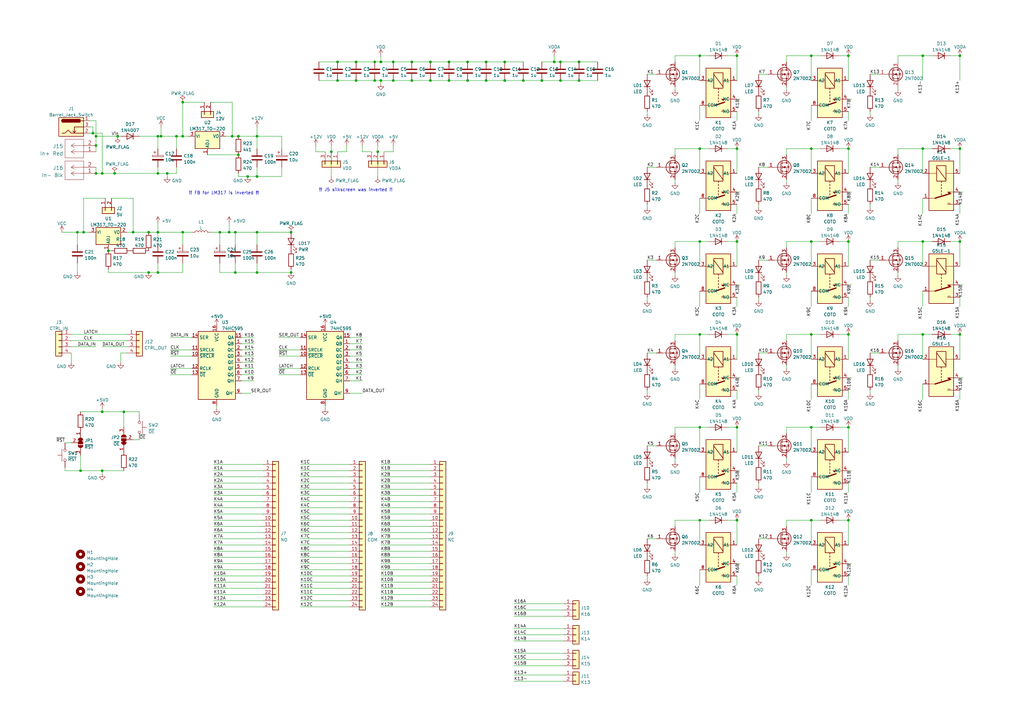
<source format=kicad_sch>
(kicad_sch (version 20230121) (generator eeschema)
  (paper "A3")
  (title_block (title "Serial Relay Board") (date "2022-10-02") (rev "A") (company "NXP Toulouse") (comment 1 "Drawn by: Xavier Bourlot"))
  (junction (at 287.02 213.36))
  (junction (at 60.96 111.76))
  (junction (at 302.26 213.36))
  (junction (at 101.6 72.39))
  (junction (at 93.98 95.25))
  (junction (at 214.63 33.02))
  (junction (at 302.26 60.96))
  (junction (at 138.43 33.02))
  (junction (at 347.98 175.26))
  (junction (at 105.41 111.76))
  (junction (at 302.26 137.16))
  (junction (at 54.61 95.25))
  (junction (at 39.37 59.69))
  (junction (at 287.02 137.16))
  (junction (at 229.87 25.4))
  (junction (at 72.39 55.88))
  (junction (at 168.91 33.02))
  (junction (at 332.74 213.36))
  (junction (at 332.74 137.16))
  (junction (at 44.45 102.87))
  (junction (at 184.15 33.02))
  (junction (at 64.77 55.88))
  (junction (at 41.91 168.91))
  (junction (at 156.21 25.4))
  (junction (at 41.91 71.12))
  (junction (at 31.75 95.25))
  (junction (at 237.49 33.02))
  (junction (at 64.77 111.76))
  (junction (at 39.37 55.88))
  (junction (at 302.26 99.06))
  (junction (at 227.33 25.4))
  (junction (at 168.91 25.4))
  (junction (at 199.39 33.02))
  (junction (at 378.46 22.86))
  (junction (at 96.52 95.25))
  (junction (at 146.05 33.02))
  (junction (at 68.58 71.12))
  (junction (at 332.74 22.86))
  (junction (at 287.02 175.26))
  (junction (at 347.98 213.36))
  (junction (at 191.77 33.02))
  (junction (at 287.02 60.96))
  (junction (at 156.21 33.02))
  (junction (at 378.46 137.16))
  (junction (at 222.25 33.02))
  (junction (at 153.67 33.02))
  (junction (at 332.74 60.96))
  (junction (at 95.25 55.88))
  (junction (at 393.7 137.16))
  (junction (at 154.94 62.23))
  (junction (at 119.38 95.25))
  (junction (at 229.87 33.02))
  (junction (at 60.96 95.25))
  (junction (at 393.7 60.96))
  (junction (at 38.1 54.61))
  (junction (at 191.77 25.4))
  (junction (at 378.46 60.96))
  (junction (at 347.98 60.96))
  (junction (at 74.93 95.25))
  (junction (at 50.8 168.91))
  (junction (at 347.98 22.86))
  (junction (at 138.43 25.4))
  (junction (at 64.77 71.12))
  (junction (at 176.53 33.02))
  (junction (at 46.99 71.12))
  (junction (at 207.01 33.02))
  (junction (at 135.89 62.23))
  (junction (at 161.29 33.02))
  (junction (at 74.93 41.91))
  (junction (at 393.7 99.06))
  (junction (at 74.93 55.88))
  (junction (at 302.26 22.86))
  (junction (at 146.05 25.4))
  (junction (at 237.49 25.4))
  (junction (at 332.74 175.26))
  (junction (at 176.53 25.4))
  (junction (at 302.26 175.26))
  (junction (at 153.67 25.4))
  (junction (at 119.38 111.76))
  (junction (at 33.02 193.04))
  (junction (at 97.79 55.88))
  (junction (at 105.41 95.25))
  (junction (at 105.41 72.39))
  (junction (at 347.98 137.16))
  (junction (at 39.37 71.12))
  (junction (at 97.79 63.5))
  (junction (at 66.04 55.88))
  (junction (at 34.29 95.25))
  (junction (at 105.41 55.88))
  (junction (at 199.39 25.4))
  (junction (at 161.29 25.4))
  (junction (at 184.15 25.4))
  (junction (at 378.46 99.06))
  (junction (at 332.74 99.06))
  (junction (at 207.01 25.4))
  (junction (at 96.52 111.76))
  (junction (at 347.98 99.06))
  (junction (at 41.91 193.04))
  (junction (at 48.26 55.88))
  (junction (at 90.17 95.25))
  (junction (at 64.77 95.25))
  (junction (at 287.02 99.06))
  (junction (at 287.02 22.86))
  (junction (at 393.7 22.86))
  (wire (pts (xy 66.04 52.07) (xy 66.04 55.88)))
  (wire (pts (xy 99.06 161.29) (xy 102.87 161.29)))
  (wire (pts (xy 87.63 195.58) (xy 107.95 195.58)))
  (wire (pts (xy 72.39 55.88) (xy 72.39 60.96)))
  (wire (pts (xy 347.98 193.04) (xy 349.25 193.04)))
  (wire (pts (xy 378.46 99.06) (xy 378.46 109.22)))
  (wire (pts (xy 298.45 175.26) (xy 302.26 175.26)))
  (wire (pts (xy 207.01 33.02) (xy 214.63 33.02)))
  (wire (pts (xy 347.98 137.16) (xy 347.98 147.32)))
  (wire (pts (xy 87.63 205.74) (xy 107.95 205.74)))
  (wire (pts (xy 347.98 78.74) (xy 349.25 78.74)))
  (wire (pts (xy 133.35 166.37) (xy 133.35 167.64)))
  (wire (pts (xy 336.55 213.36) (xy 332.74 213.36)))
  (wire (pts (xy 123.19 238.76) (xy 143.51 238.76)))
  (wire (pts (xy 68.58 72.39) (xy 68.58 71.12)))
  (wire (pts (xy 336.55 137.16) (xy 332.74 137.16)))
  (wire (pts (xy 290.83 213.36) (xy 287.02 213.36)))
  (wire (pts (xy 287.02 137.16) (xy 287.02 147.32)))
  (wire (pts (xy 64.77 60.96) (xy 64.77 55.88)))
  (wire (pts (xy 29.21 142.24) (xy 39.37 142.24)))
  (wire (pts (xy 378.46 81.28) (xy 378.46 87.63)))
  (wire (pts (xy 265.43 198.12) (xy 265.43 199.39)))
  (wire (pts (xy 276.86 175.26) (xy 276.86 177.8)))
  (wire (pts (xy 302.26 175.26) (xy 302.26 185.42)))
  (wire (pts (xy 114.3 153.67) (xy 123.19 153.67)))
  (wire (pts (xy 148.59 62.23) (xy 152.4 62.23)))
  (wire (pts (xy 96.52 95.25) (xy 93.98 95.25)))
  (wire (pts (xy 90.17 95.25) (xy 93.98 95.25)))
  (wire (pts (xy 298.45 213.36) (xy 302.26 213.36)))
  (wire (pts (xy 54.61 81.28) (xy 54.61 95.25)))
  (wire (pts (xy 148.59 153.67) (xy 143.51 153.67)))
  (wire (pts (xy 96.52 95.25) (xy 105.41 95.25)))
  (wire (pts (xy 368.3 111.76) (xy 368.3 113.03)))
  (wire (pts (xy 393.7 116.84) (xy 394.97 116.84)))
  (wire (pts (xy 130.81 25.4) (xy 138.43 25.4)))
  (wire (pts (xy 332.74 195.58) (xy 332.74 201.93)))
  (wire (pts (xy 104.14 146.05) (xy 99.06 146.05)))
  (wire (pts (xy 276.86 99.06) (xy 276.86 101.6)))
  (wire (pts (xy 87.63 203.2) (xy 107.95 203.2)))
  (wire (pts (xy 96.52 95.25) (xy 96.52 100.33)))
  (wire (pts (xy 347.98 22.86) (xy 347.98 33.02)))
  (wire (pts (xy 148.59 138.43) (xy 143.51 138.43)))
  (wire (pts (xy 156.21 243.84) (xy 176.53 243.84)))
  (wire (pts (xy 302.26 22.86) (xy 302.26 33.02)))
  (wire (pts (xy 368.3 99.06) (xy 368.3 101.6)))
  (wire (pts (xy 39.37 59.69) (xy 39.37 55.88)))
  (wire (pts (xy 227.33 25.4) (xy 222.25 25.4)))
  (wire (pts (xy 74.93 41.91) (xy 74.93 55.88)))
  (wire (pts (xy 48.26 55.88) (xy 49.53 55.88)))
  (wire (pts (xy 332.74 22.86) (xy 322.58 22.86)))
  (wire (pts (xy 302.26 45.72) (xy 302.26 49.53)))
  (wire (pts (xy 156.21 203.2) (xy 176.53 203.2)))
  (wire (pts (xy 115.57 55.88) (xy 105.41 55.88)))
  (wire (pts (xy 123.19 241.3) (xy 143.51 241.3)))
  (wire (pts (xy 64.77 107.95) (xy 64.77 111.76)))
  (wire (pts (xy 332.74 137.16) (xy 332.74 147.32)))
  (wire (pts (xy 148.59 151.13) (xy 143.51 151.13)))
  (wire (pts (xy 95.25 55.88) (xy 97.79 55.88)))
  (wire (pts (xy 322.58 213.36) (xy 322.58 215.9)))
  (wire (pts (xy 229.87 25.4) (xy 237.49 25.4)))
  (wire (pts (xy 123.19 205.74) (xy 143.51 205.74)))
  (wire (pts (xy 74.93 55.88) (xy 77.47 55.88)))
  (wire (pts (xy 115.57 60.96) (xy 115.57 55.88)))
  (wire (pts (xy 168.91 25.4) (xy 176.53 25.4)))
  (wire (pts (xy 393.7 78.74) (xy 394.97 78.74)))
  (wire (pts (xy 34.29 95.25) (xy 36.83 95.25)))
  (wire (pts (xy 332.74 81.28) (xy 332.74 87.63)))
  (wire (pts (xy 210.82 279.4) (xy 231.14 279.4)))
  (wire (pts (xy 95.25 41.91) (xy 95.25 55.88)))
  (wire (pts (xy 290.83 137.16) (xy 287.02 137.16)))
  (wire (pts (xy 105.41 55.88) (xy 97.79 55.88)))
  (wire (pts (xy 156.21 205.74) (xy 176.53 205.74)))
  (wire (pts (xy 123.19 213.36) (xy 143.51 213.36)))
  (wire (pts (xy 87.63 223.52) (xy 107.95 223.52)))
  (wire (pts (xy 322.58 111.76) (xy 322.58 113.03)))
  (wire (pts (xy 114.3 146.05) (xy 123.19 146.05)))
  (wire (pts (xy 382.27 99.06) (xy 378.46 99.06)))
  (wire (pts (xy 114.3 138.43) (xy 123.19 138.43)))
  (wire (pts (xy 156.21 236.22) (xy 176.53 236.22)))
  (wire (pts (xy 210.82 267.97) (xy 231.14 267.97)))
  (wire (pts (xy 115.57 72.39) (xy 105.41 72.39)))
  (wire (pts (xy 393.7 60.96) (xy 393.7 71.12)))
  (wire (pts (xy 378.46 60.96) (xy 378.46 71.12)))
  (wire (pts (xy 156.21 231.14) (xy 176.53 231.14)))
  (wire (pts (xy 50.8 193.04) (xy 41.91 193.04)))
  (wire (pts (xy 332.74 175.26) (xy 332.74 185.42)))
  (wire (pts (xy 41.91 54.61) (xy 41.91 71.12)))
  (wire (pts (xy 87.63 228.6) (xy 107.95 228.6)))
  (wire (pts (xy 393.7 160.02) (xy 393.7 163.83)))
  (wire (pts (xy 265.43 68.58) (xy 269.24 68.58)))
  (wire (pts (xy 210.82 260.35) (xy 231.14 260.35)))
  (wire (pts (xy 74.93 100.33) (xy 74.93 95.25)))
  (wire (pts (xy 378.46 157.48) (xy 378.46 163.83)))
  (wire (pts (xy 302.26 154.94) (xy 303.53 154.94)))
  (wire (pts (xy 156.21 220.98) (xy 176.53 220.98)))
  (wire (pts (xy 146.05 33.02) (xy 153.67 33.02)))
  (wire (pts (xy 105.41 107.95) (xy 105.41 111.76)))
  (wire (pts (xy 34.29 81.28) (xy 34.29 95.25)))
  (wire (pts (xy 347.98 213.36) (xy 347.98 223.52)))
  (wire (pts (xy 298.45 137.16) (xy 302.26 137.16)))
  (wire (pts (xy 156.21 210.82) (xy 176.53 210.82)))
  (wire (pts (xy 302.26 231.14) (xy 303.53 231.14)))
  (wire (pts (xy 52.07 95.25) (xy 54.61 95.25)))
  (wire (pts (xy 368.3 73.66) (xy 368.3 74.93)))
  (wire (pts (xy 287.02 81.28) (xy 287.02 87.63)))
  (wire (pts (xy 210.82 262.89) (xy 231.14 262.89)))
  (wire (pts (xy 148.59 146.05) (xy 143.51 146.05)))
  (wire (pts (xy 356.87 83.82) (xy 356.87 85.09)))
  (wire (pts (xy 210.82 247.65) (xy 231.14 247.65)))
  (wire (pts (xy 39.37 49.53) (xy 39.37 55.88)))
  (wire (pts (xy 156.21 233.68) (xy 176.53 233.68)))
  (wire (pts (xy 265.43 45.72) (xy 265.43 46.99)))
  (wire (pts (xy 123.19 248.92) (xy 143.51 248.92)))
  (wire (pts (xy 38.1 54.61) (xy 41.91 54.61)))
  (wire (pts (xy 311.15 121.92) (xy 311.15 123.19)))
  (wire (pts (xy 101.6 72.39) (xy 97.79 72.39)))
  (wire (pts (xy 368.3 22.86) (xy 368.3 25.4)))
  (wire (pts (xy 123.19 208.28) (xy 143.51 208.28)))
  (wire (pts (xy 49.53 144.78) (xy 49.53 148.59)))
  (wire (pts (xy 83.82 41.91) (xy 74.93 41.91)))
  (wire (pts (xy 287.02 213.36) (xy 287.02 223.52)))
  (wire (pts (xy 142.24 62.23) (xy 142.24 59.69)))
  (wire (pts (xy 287.02 22.86) (xy 287.02 33.02)))
  (wire (pts (xy 229.87 33.02) (xy 237.49 33.02)))
  (wire (pts (xy 276.86 213.36) (xy 276.86 215.9)))
  (wire (pts (xy 176.53 25.4) (xy 184.15 25.4)))
  (wire (pts (xy 31.75 95.25) (xy 31.75 100.33)))
  (wire (pts (xy 135.89 62.23) (xy 135.89 72.39)))
  (wire (pts (xy 66.04 55.88) (xy 72.39 55.88)))
  (wire (pts (xy 302.26 99.06) (xy 302.26 109.22)))
  (wire (pts (xy 290.83 99.06) (xy 287.02 99.06)))
  (wire (pts (xy 378.46 60.96) (xy 368.3 60.96)))
  (wire (pts (xy 356.87 45.72) (xy 356.87 46.99)))
  (wire (pts (xy 74.93 95.25) (xy 64.77 95.25)))
  (wire (pts (xy 156.21 22.86) (xy 156.21 25.4)))
  (wire (pts (xy 322.58 73.66) (xy 322.58 74.93)))
  (wire (pts (xy 123.19 236.22) (xy 143.51 236.22)))
  (wire (pts (xy 156.21 200.66) (xy 176.53 200.66)))
  (wire (pts (xy 347.98 40.64) (xy 349.25 40.64)))
  (wire (pts (xy 393.7 137.16) (xy 393.7 147.32)))
  (wire (pts (xy 69.85 153.67) (xy 78.74 153.67)))
  (wire (pts (xy 389.89 137.16) (xy 393.7 137.16)))
  (wire (pts (xy 311.15 45.72) (xy 311.15 46.99)))
  (wire (pts (xy 311.15 182.88) (xy 314.96 182.88)))
  (wire (pts (xy 191.77 33.02) (xy 199.39 33.02)))
  (wire (pts (xy 298.45 60.96) (xy 302.26 60.96)))
  (wire (pts (xy 322.58 137.16) (xy 322.58 139.7)))
  (wire (pts (xy 287.02 43.18) (xy 287.02 49.53)))
  (wire (pts (xy 298.45 99.06) (xy 302.26 99.06)))
  (wire (pts (xy 265.43 182.88) (xy 269.24 182.88)))
  (wire (pts (xy 64.77 71.12) (xy 68.58 71.12)))
  (wire (pts (xy 123.19 246.38) (xy 143.51 246.38)))
  (wire (pts (xy 44.45 111.76) (xy 60.96 111.76)))
  (wire (pts (xy 290.83 22.86) (xy 287.02 22.86)))
  (wire (pts (xy 69.85 138.43) (xy 78.74 138.43)))
  (wire (pts (xy 184.15 25.4) (xy 191.77 25.4)))
  (wire (pts (xy 336.55 22.86) (xy 332.74 22.86)))
  (wire (pts (xy 356.87 121.92) (xy 356.87 123.19)))
  (wire (pts (xy 156.21 228.6) (xy 176.53 228.6)))
  (wire (pts (xy 368.3 137.16) (xy 368.3 139.7)))
  (wire (pts (xy 105.41 95.25) (xy 119.38 95.25)))
  (wire (pts (xy 322.58 226.06) (xy 322.58 227.33)))
  (wire (pts (xy 33.02 193.04) (xy 33.02 186.69)))
  (wire (pts (xy 44.45 102.87) (xy 45.72 102.87)))
  (wire (pts (xy 87.63 198.12) (xy 107.95 198.12)))
  (wire (pts (xy 87.63 236.22) (xy 107.95 236.22)))
  (wire (pts (xy 31.75 95.25) (xy 34.29 95.25)))
  (wire (pts (xy 302.26 213.36) (xy 302.26 223.52)))
  (wire (pts (xy 156.21 223.52) (xy 176.53 223.52)))
  (wire (pts (xy 39.37 68.58) (xy 39.37 71.12)))
  (wire (pts (xy 210.82 270.51) (xy 231.14 270.51)))
  (wire (pts (xy 265.43 160.02) (xy 265.43 161.29)))
  (wire (pts (xy 276.86 73.66) (xy 276.86 74.93)))
  (wire (pts (xy 322.58 175.26) (xy 322.58 177.8)))
  (wire (pts (xy 222.25 33.02) (xy 229.87 33.02)))
  (wire (pts (xy 347.98 60.96) (xy 347.98 71.12)))
  (wire (pts (xy 104.14 148.59) (xy 99.06 148.59)))
  (wire (pts (xy 154.94 62.23) (xy 154.94 72.39)))
  (wire (pts (xy 36.83 54.61) (xy 38.1 54.61)))
  (wire (pts (xy 184.15 33.02) (xy 191.77 33.02)))
  (wire (pts (xy 265.43 220.98) (xy 269.24 220.98)))
  (wire (pts (xy 332.74 213.36) (xy 322.58 213.36)))
  (wire (pts (xy 227.33 22.86) (xy 227.33 25.4)))
  (wire (pts (xy 393.7 83.82) (xy 393.7 87.63)))
  (wire (pts (xy 57.15 55.88) (xy 64.77 55.88)))
  (wire (pts (xy 227.33 25.4) (xy 229.87 25.4)))
  (wire (pts (xy 87.63 248.92) (xy 107.95 248.92)))
  (wire (pts (xy 123.19 200.66) (xy 143.51 200.66)))
  (wire (pts (xy 69.85 151.13) (xy 78.74 151.13)))
  (wire (pts (xy 153.67 25.4) (xy 156.21 25.4)))
  (wire (pts (xy 332.74 213.36) (xy 332.74 223.52)))
  (wire (pts (xy 356.87 30.48) (xy 360.68 30.48)))
  (wire (pts (xy 347.98 154.94) (xy 349.25 154.94)))
  (wire (pts (xy 347.98 160.02) (xy 347.98 163.83)))
  (wire (pts (xy 41.91 71.12) (xy 46.99 71.12)))
  (wire (pts (xy 378.46 22.86) (xy 378.46 33.02)))
  (wire (pts (xy 161.29 33.02) (xy 168.91 33.02)))
  (wire (pts (xy 41.91 193.04) (xy 41.91 194.31)))
  (wire (pts (xy 86.36 41.91) (xy 95.25 41.91)))
  (wire (pts (xy 210.82 250.19) (xy 231.14 250.19)))
  (wire (pts (xy 156.21 25.4) (xy 161.29 25.4)))
  (wire (pts (xy 168.91 33.02) (xy 176.53 33.02)))
  (wire (pts (xy 44.45 111.76) (xy 44.45 110.49)))
  (wire (pts (xy 156.21 241.3) (xy 176.53 241.3)))
  (wire (pts (xy 382.27 22.86) (xy 378.46 22.86)))
  (wire (pts (xy 49.53 144.78) (xy 52.07 144.78)))
  (wire (pts (xy 60.96 95.25) (xy 64.77 95.25)))
  (wire (pts (xy 356.87 68.58) (xy 360.68 68.58)))
  (wire (pts (xy 115.57 68.58) (xy 115.57 72.39)))
  (wire (pts (xy 74.93 107.95) (xy 74.93 111.76)))
  (wire (pts (xy 347.98 231.14) (xy 349.25 231.14)))
  (wire (pts (xy 26.67 181.61) (xy 29.21 181.61)))
  (wire (pts (xy 138.43 62.23) (xy 142.24 62.23)))
  (wire (pts (xy 311.15 236.22) (xy 311.15 237.49)))
  (wire (pts (xy 311.15 68.58) (xy 314.96 68.58)))
  (wire (pts (xy 156.21 33.02) (xy 161.29 33.02)))
  (wire (pts (xy 344.17 99.06) (xy 347.98 99.06)))
  (wire (pts (xy 210.82 273.05) (xy 231.14 273.05)))
  (wire (pts (xy 123.19 223.52) (xy 143.51 223.52)))
  (wire (pts (xy 237.49 25.4) (xy 245.11 25.4)))
  (wire (pts (xy 287.02 99.06) (xy 287.02 109.22)))
  (wire (pts (xy 123.19 233.68) (xy 143.51 233.68)))
  (wire (pts (xy 276.86 149.86) (xy 276.86 151.13)))
  (wire (pts (xy 347.98 99.06) (xy 347.98 109.22)))
  (wire (pts (xy 87.63 210.82) (xy 107.95 210.82)))
  (wire (pts (xy 31.75 107.95) (xy 31.75 111.76)))
  (wire (pts (xy 302.26 160.02) (xy 302.26 163.83)))
  (wire (pts (xy 265.43 121.92) (xy 265.43 123.19)))
  (wire (pts (xy 393.7 99.06) (xy 393.7 109.22)))
  (wire (pts (xy 68.58 71.12) (xy 72.39 71.12)))
  (wire (pts (xy 69.85 146.05) (xy 78.74 146.05)))
  (wire (pts (xy 123.19 228.6) (xy 143.51 228.6)))
  (wire (pts (xy 156.21 238.76) (xy 176.53 238.76)))
  (wire (pts (xy 290.83 175.26) (xy 287.02 175.26)))
  (wire (pts (xy 332.74 43.18) (xy 332.74 49.53)))
  (wire (pts (xy 87.63 190.5) (xy 107.95 190.5)))
  (wire (pts (xy 332.74 99.06) (xy 322.58 99.06)))
  (wire (pts (xy 64.77 91.44) (xy 64.77 95.25)))
  (wire (pts (xy 344.17 175.26) (xy 347.98 175.26)))
  (wire (pts (xy 199.39 25.4) (xy 207.01 25.4)))
  (wire (pts (xy 378.46 22.86) (xy 368.3 22.86)))
  (wire (pts (xy 114.3 143.51) (xy 123.19 143.51)))
  (wire (pts (xy 302.26 193.04) (xy 303.53 193.04)))
  (wire (pts (xy 93.98 95.25) (xy 93.98 91.44)))
  (wire (pts (xy 276.86 35.56) (xy 276.86 36.83)))
  (wire (pts (xy 138.43 33.02) (xy 146.05 33.02)))
  (wire (pts (xy 336.55 99.06) (xy 332.74 99.06)))
  (wire (pts (xy 69.85 143.51) (xy 78.74 143.51)))
  (wire (pts (xy 322.58 99.06) (xy 322.58 101.6)))
  (wire (pts (xy 210.82 252.73) (xy 231.14 252.73)))
  (wire (pts (xy 368.3 60.96) (xy 368.3 63.5)))
  (wire (pts (xy 276.86 111.76) (xy 276.86 113.03)))
  (wire (pts (xy 191.77 25.4) (xy 199.39 25.4)))
  (wire (pts (xy 43.18 81.28) (xy 34.29 81.28)))
  (wire (pts (xy 311.15 106.68) (xy 314.96 106.68)))
  (wire (pts (xy 46.99 71.12) (xy 64.77 71.12)))
  (wire (pts (xy 54.61 180.34) (xy 57.15 180.34)))
  (wire (pts (xy 356.87 106.68) (xy 360.68 106.68)))
  (wire (pts (xy 123.19 195.58) (xy 143.51 195.58)))
  (wire (pts (xy 287.02 213.36) (xy 276.86 213.36)))
  (wire (pts (xy 156.21 213.36) (xy 176.53 213.36)))
  (wire (pts (xy 347.98 198.12) (xy 347.98 201.93)))
  (wire (pts (xy 104.14 143.51) (xy 99.06 143.51)))
  (wire (pts (xy 176.53 33.02) (xy 184.15 33.02)))
  (wire (pts (xy 344.17 60.96) (xy 347.98 60.96)))
  (wire (pts (xy 119.38 110.49) (xy 119.38 111.76)))
  (wire (pts (xy 393.7 22.86) (xy 393.7 33.02)))
  (wire (pts (xy 29.21 139.7) (xy 52.07 139.7)))
  (wire (pts (xy 302.26 83.82) (xy 302.26 87.63)))
  (wire (pts (xy 287.02 60.96) (xy 276.86 60.96)))
  (wire (pts (xy 382.27 137.16) (xy 378.46 137.16)))
  (wire (pts (xy 64.77 111.76) (xy 60.96 111.76)))
  (wire (pts (xy 322.58 35.56) (xy 322.58 36.83)))
  (wire (pts (xy 135.89 59.69) (xy 135.89 62.23)))
  (wire (pts (xy 86.36 95.25) (xy 90.17 95.25)))
  (wire (pts (xy 287.02 175.26) (xy 287.02 185.42)))
  (wire (pts (xy 64.77 55.88) (xy 66.04 55.88)))
  (wire (pts (xy 322.58 187.96) (xy 322.58 189.23)))
  (wire (pts (xy 64.77 100.33) (xy 64.77 95.25)))
  (wire (pts (xy 29.21 144.78) (xy 29.21 148.59)))
  (wire (pts (xy 302.26 40.64) (xy 303.53 40.64)))
  (wire (pts (xy 123.19 193.04) (xy 143.51 193.04)))
  (wire (pts (xy 156.21 198.12) (xy 176.53 198.12)))
  (wire (pts (xy 311.15 160.02) (xy 311.15 161.29)))
  (wire (pts (xy 41.91 167.64) (xy 41.91 168.91)))
  (wire (pts (xy 148.59 140.97) (xy 143.51 140.97)))
  (wire (pts (xy 123.19 220.98) (xy 143.51 220.98)))
  (wire (pts (xy 332.74 157.48) (xy 332.74 163.83)))
  (wire (pts (xy 311.15 220.98) (xy 314.96 220.98)))
  (wire (pts (xy 156.21 246.38) (xy 176.53 246.38)))
  (wire (pts (xy 322.58 22.86) (xy 322.58 25.4)))
  (wire (pts (xy 50.8 168.91) (xy 57.15 168.91)))
  (wire (pts (xy 237.49 33.02) (xy 245.11 33.02)))
  (wire (pts (xy 54.61 95.25) (xy 60.96 95.25)))
  (wire (pts (xy 287.02 137.16) (xy 276.86 137.16)))
  (wire (pts (xy 287.02 157.48) (xy 287.02 163.83)))
  (wire (pts (xy 393.7 121.92) (xy 393.7 125.73)))
  (wire (pts (xy 156.21 226.06) (xy 176.53 226.06)))
  (wire (pts (xy 104.14 151.13) (xy 99.06 151.13)))
  (wire (pts (xy 347.98 175.26) (xy 347.98 185.42)))
  (wire (pts (xy 161.29 62.23) (xy 161.29 59.69)))
  (wire (pts (xy 276.86 137.16) (xy 276.86 139.7)))
  (wire (pts (xy 105.41 52.07) (xy 105.41 55.88)))
  (wire (pts (xy 87.63 220.98) (xy 107.95 220.98)))
  (wire (pts (xy 138.43 25.4) (xy 146.05 25.4)))
  (wire (pts (xy 347.98 45.72) (xy 347.98 49.53)))
  (wire (pts (xy 156.21 218.44) (xy 176.53 218.44)))
  (wire (pts (xy 143.51 161.29) (xy 148.59 161.29)))
  (wire (pts (xy 382.27 60.96) (xy 378.46 60.96)))
  (wire (pts (xy 156.21 190.5) (xy 176.53 190.5)))
  (wire (pts (xy 332.74 60.96) (xy 322.58 60.96)))
  (wire (pts (xy 105.41 111.76) (xy 96.52 111.76)))
  (wire (pts (xy 287.02 233.68) (xy 287.02 240.03)))
  (wire (pts (xy 87.63 231.14) (xy 107.95 231.14)))
  (wire (pts (xy 104.14 140.97) (xy 99.06 140.97)))
  (wire (pts (xy 72.39 55.88) (xy 74.93 55.88)))
  (wire (pts (xy 105.41 68.58) (xy 105.41 72.39)))
  (wire (pts (xy 332.74 60.96) (xy 332.74 71.12)))
  (wire (pts (xy 123.19 198.12) (xy 143.51 198.12)))
  (wire (pts (xy 64.77 111.76) (xy 74.93 111.76)))
  (wire (pts (xy 105.41 72.39) (xy 101.6 72.39)))
  (wire (pts (xy 26.67 191.77) (xy 26.67 193.04)))
  (wire (pts (xy 87.63 233.68) (xy 107.95 233.68)))
  (wire (pts (xy 356.87 160.02) (xy 356.87 161.29)))
  (wire (pts (xy 105.41 60.96) (xy 105.41 55.88)))
  (wire (pts (xy 302.26 137.16) (xy 302.26 147.32)))
  (wire (pts (xy 87.63 193.04) (xy 107.95 193.04)))
  (wire (pts (xy 265.43 236.22) (xy 265.43 237.49)))
  (wire (pts (xy 123.19 203.2) (xy 143.51 203.2)))
  (wire (pts (xy 87.63 218.44) (xy 107.95 218.44)))
  (wire (pts (xy 199.39 33.02) (xy 207.01 33.02)))
  (wire (pts (xy 368.3 149.86) (xy 368.3 151.13)))
  (wire (pts (xy 156.21 33.02) (xy 156.21 34.29)))
  (wire (pts (xy 276.86 22.86) (xy 276.86 25.4)))
  (wire (pts (xy 41.91 142.24) (xy 52.07 142.24)))
  (wire (pts (xy 123.19 243.84) (xy 143.51 243.84)))
  (wire (pts (xy 344.17 213.36) (xy 347.98 213.36)))
  (wire (pts (xy 33.02 168.91) (xy 41.91 168.91)))
  (wire (pts (xy 90.17 107.95) (xy 90.17 111.76)))
  (wire (pts (xy 287.02 119.38) (xy 287.02 125.73)))
  (wire (pts (xy 90.17 95.25) (xy 90.17 100.33)))
  (wire (pts (xy 148.59 156.21) (xy 143.51 156.21)))
  (wire (pts (xy 287.02 99.06) (xy 276.86 99.06)))
  (wire (pts (xy 290.83 60.96) (xy 287.02 60.96)))
  (wire (pts (xy 347.98 121.92) (xy 347.98 125.73)))
  (wire (pts (xy 302.26 60.96) (xy 302.26 71.12)))
  (wire (pts (xy 336.55 60.96) (xy 332.74 60.96)))
  (wire (pts (xy 105.41 100.33) (xy 105.41 95.25)))
  (wire (pts (xy 276.86 226.06) (xy 276.86 227.33)))
  (wire (pts (xy 265.43 144.78) (xy 269.24 144.78)))
  (wire (pts (xy 87.63 200.66) (xy 107.95 200.66)))
  (wire (pts (xy 336.55 175.26) (xy 332.74 175.26)))
  (wire (pts (xy 123.19 210.82) (xy 143.51 210.82)))
  (wire (pts (xy 148.59 148.59) (xy 143.51 148.59)))
  (wire (pts (xy 156.21 248.92) (xy 176.53 248.92)))
  (wire (pts (xy 311.15 144.78) (xy 314.96 144.78)))
  (wire (pts (xy 332.74 137.16) (xy 322.58 137.16)))
  (wire (pts (xy 156.21 195.58) (xy 176.53 195.58)))
  (wire (pts (xy 302.26 198.12) (xy 302.26 201.93)))
  (wire (pts (xy 87.63 208.28) (xy 107.95 208.28)))
  (wire (pts (xy 45.72 81.28) (xy 54.61 81.28)))
  (wire (pts (xy 287.02 175.26) (xy 276.86 175.26)))
  (wire (pts (xy 344.17 137.16) (xy 347.98 137.16)))
  (wire (pts (xy 74.93 95.25) (xy 78.74 95.25)))
  (wire (pts (xy 378.46 137.16) (xy 368.3 137.16)))
  (wire (pts (xy 322.58 149.86) (xy 322.58 151.13)))
  (wire (pts (xy 123.19 226.06) (xy 143.51 226.06)))
  (wire (pts (xy 129.54 62.23) (xy 133.35 62.23)))
  (wire (pts (xy 25.4 95.25) (xy 31.75 95.25)))
  (wire (pts (xy 38.1 52.07) (xy 38.1 54.61)))
  (wire (pts (xy 347.98 236.22) (xy 347.98 240.03)))
  (wire (pts (xy 378.46 137.16) (xy 378.46 147.32)))
  (wire (pts (xy 104.14 156.21) (xy 99.06 156.21)))
  (wire (pts (xy 87.63 215.9) (xy 107.95 215.9)))
  (wire (pts (xy 39.37 59.69) (xy 39.37 62.23)))
  (wire (pts (xy 148.59 59.69) (xy 148.59 62.23)))
  (wire (pts (xy 302.26 236.22) (xy 302.26 240.03)))
  (wire (pts (xy 311.15 83.82) (xy 311.15 85.09)))
  (wire (pts (xy 393.7 154.94) (xy 394.97 154.94)))
  (wire (pts (xy 36.83 49.53) (xy 39.37 49.53)))
  (wire (pts (xy 156.21 215.9) (xy 176.53 215.9)))
  (wire (pts (xy 146.05 25.4) (xy 153.67 25.4)))
  (wire (pts (xy 389.89 60.96) (xy 393.7 60.96)))
  (wire (pts (xy 96.52 107.95) (xy 96.52 111.76)))
  (wire (pts (xy 157.48 62.23) (xy 161.29 62.23)))
  (wire (pts (xy 39.37 55.88) (xy 48.26 55.88)))
  (wire (pts (xy 302.26 116.84) (xy 303.53 116.84)))
  (wire (pts (xy 153.67 33.02) (xy 156.21 33.02)))
  (wire (pts (xy 298.45 22.86) (xy 302.26 22.86)))
  (wire (pts (xy 378.46 119.38) (xy 378.46 125.73)))
  (wire (pts (xy 347.98 116.84) (xy 349.25 116.84)))
  (wire (pts (xy 57.15 168.91) (xy 57.15 170.18)))
  (wire (pts (xy 87.63 246.38) (xy 107.95 246.38)))
  (wire (pts (xy 161.29 25.4) (xy 168.91 25.4)))
  (wire (pts (xy 123.19 215.9) (xy 143.51 215.9)))
  (wire (pts (xy 389.89 22.86) (xy 393.7 22.86)))
  (wire (pts (xy 92.71 55.88) (xy 95.25 55.88)))
  (wire (pts (xy 207.01 25.4) (xy 214.63 25.4)))
  (wire (pts (xy 311.15 198.12) (xy 311.15 199.39)))
  (wire (pts (xy 322.58 60.96) (xy 322.58 63.5)))
  (wire (pts (xy 389.89 99.06) (xy 393.7 99.06)))
  (wire (pts (xy 85.09 63.5) (xy 97.79 63.5)))
  (wire (pts (xy 287.02 195.58) (xy 287.02 201.93)))
  (wire (pts (xy 105.41 111.76) (xy 119.38 111.76)))
  (wire (pts (xy 123.19 231.14) (xy 143.51 231.14)))
  (wire (pts (xy 41.91 168.91) (xy 50.8 168.91)))
  (wire (pts (xy 265.43 30.48) (xy 269.24 30.48)))
  (wire (pts (xy 29.21 137.16) (xy 52.07 137.16)))
  (wire (pts (xy 87.63 226.06) (xy 107.95 226.06)))
  (wire (pts (xy 332.74 233.68) (xy 332.74 240.03)))
  (wire (pts (xy 104.14 138.43) (xy 99.06 138.43)))
  (wire (pts (xy 332.74 22.86) (xy 332.74 33.02)))
  (wire (pts (xy 210.82 276.86) (xy 231.14 276.86)))
  (wire (pts (xy 87.63 243.84) (xy 107.95 243.84)))
  (wire (pts (xy 287.02 22.86) (xy 276.86 22.86)))
  (wire (pts (xy 87.63 238.76) (xy 107.95 238.76)))
  (wire (pts (xy 97.79 71.12) (xy 97.79 72.39)))
  (wire (pts (xy 39.37 71.12) (xy 41.91 71.12)))
  (wire (pts (xy 302.26 78.74) (xy 303.53 78.74)))
  (wire (pts (xy 88.9 166.37) (xy 88.9 167.64)))
  (wire (pts (xy 72.39 71.12) (xy 72.39 68.58)))
  (wire (pts (xy 64.77 68.58) (xy 64.77 71.12)))
  (wire (pts (xy 154.94 59.69) (xy 154.94 62.23)))
  (wire (pts (xy 302.26 121.92) (xy 302.26 125.73)))
  (wire (pts (xy 347.98 83.82) (xy 347.98 87.63)))
  (wire (pts (xy 344.17 22.86) (xy 347.98 22.86)))
  (wire (pts (xy 214.63 33.02) (xy 222.25 33.02)))
  (wire (pts (xy 104.14 153.67) (xy 99.06 153.67)))
  (wire (pts (xy 276.86 60.96) (xy 276.86 63.5)))
  (wire (pts (xy 26.67 193.04) (xy 33.02 193.04)))
  (wire (pts (xy 332.74 119.38) (xy 332.74 125.73)))
  (wire (pts (xy 356.87 144.78) (xy 360.68 144.78)))
  (wire (pts (xy 156.21 208.28) (xy 176.53 208.28)))
  (wire (pts (xy 129.54 59.69) (xy 129.54 62.23)))
  (wire (pts (xy 130.81 33.02) (xy 138.43 33.02)))
  (wire (pts (xy 265.43 83.82) (xy 265.43 85.09)))
  (wire (pts (xy 123.19 190.5) (xy 143.51 190.5)))
  (wire (pts (xy 332.74 175.26) (xy 322.58 175.26)))
  (wire (pts (xy 156.21 193.04) (xy 176.53 193.04)))
  (wire (pts (xy 114.3 151.13) (xy 123.19 151.13)))
  (wire (pts (xy 265.43 106.68) (xy 269.24 106.68)))
  (wire (pts (xy 96.52 111.76) (xy 90.17 111.76)))
  (wire (pts (xy 148.59 143.51) (xy 143.51 143.51)))
  (wire (pts (xy 368.3 35.56) (xy 368.3 36.83)))
  (wire (pts (xy 123.19 218.44) (xy 143.51 218.44)))
  (wire (pts (xy 332.74 99.06) (xy 332.74 109.22)))
  (wire (pts (xy 41.91 193.04) (xy 33.02 193.04)))
  (wire (pts (xy 311.15 30.48) (xy 314.96 30.48)))
  (wire (pts (xy 50.8 168.91) (xy 50.8 175.26)))
  (wire (pts (xy 287.02 60.96) (xy 287.02 71.12)))
  (wire (pts (xy 87.63 213.36) (xy 107.95 213.36)))
  (wire (pts (xy 378.46 99.06) (xy 368.3 99.06)))
  (wire (pts (xy 276.86 187.96) (xy 276.86 189.23)))
  (wire (pts (xy 87.63 241.3) (xy 107.95 241.3)))
  (wire (pts (xy 210.82 257.81) (xy 231.14 257.81)))
  (wire (pts (xy 36.83 52.07) (xy 38.1 52.07)))
  (text "!! J5 silkscreen was inverted !!" (at 130.81 78.74 0) (effects (font (size 1.27 1.27)) (justify left bottom)))
  (text "!! FB for LM317 is inverted !!" (at 77.47 80.01 0) (effects (font (size 1.27 1.27)) (justify left bottom)))
  (label "Vin" (at 45.72 55.88 0))
  (label "K9A" (at 87.63 233.68 0))
  (label "K2A" (at 87.63 195.58 0))
  (label "K15" (at 356.87 106.68 0))
  (label "K11C" (at 123.19 243.84 0))
  (label "~{OE}" (at 57.15 180.34 0))
  (label "K7A" (at 347.98 49.53 270))
  (label "K9" (at 104.14 156.21 180))
  (label "K8C" (at 123.19 226.06 0))
  (label "K2C" (at 123.19 195.58 0))
  (label "SER_OUT" (at 102.87 161.29 0))
  (label "K14B" (at 210.82 262.89 0))
  (label "K7" (at 311.15 30.48 0))
  (label "K2C" (at 287.02 87.63 270))
  (label "K1B" (at 156.21 190.5 0))
  (label "K10C" (at 123.19 236.22 0))
  (label "K11B" (at 156.21 241.3 0))
  (label "~{RST}" (at 69.85 146.05 0))
  (label "K12B" (at 349.25 231.14 270))
  (label "K11B" (at 349.25 193.04 270))
  (label "K10B" (at 349.25 154.94 270))
  (label "K12C" (at 123.19 246.38 0))
  (label "K8B" (at 156.21 226.06 0))
  (label "K12B" (at 156.21 246.38 0))
  (label "K12" (at 104.14 148.59 180))
  (label "K15B" (at 210.82 273.05 0))
  (label "K8" (at 311.15 68.58 0))
  (label "K2" (at 265.43 68.58 0))
  (label "~{OE}" (at 69.85 153.67 0))
  (label "K9B" (at 156.21 231.14 0))
  (label "K1A" (at 87.63 193.04 0))
  (label "DATA_IN" (at 39.37 142.24 180))
  (label "K4A" (at 87.63 205.74 0))
  (label "K9" (at 311.15 106.68 0))
  (label "K8A" (at 347.98 87.63 270))
  (label "K11A" (at 87.63 241.3 0))
  (label "K14C" (at 378.46 87.63 270))
  (label "K13+" (at 210.82 276.86 0))
  (label "K11C" (at 123.19 241.3 0))
  (label "K13-" (at 210.82 279.4 0))
  (label "K8C" (at 123.19 228.6 0))
  (label "K2" (at 148.59 153.67 180))
  (label "K16B" (at 210.82 252.73 0))
  (label "K10A" (at 347.98 163.83 270))
  (label "K5C" (at 287.02 201.93 270))
  (label "K9C" (at 123.19 231.14 0))
  (label "K1" (at 148.59 156.21 180))
  (label "K15C" (at 378.46 125.73 270))
  (label "K12" (at 311.15 220.98 0))
  (label "K3A" (at 87.63 203.2 0))
  (label "K5C" (at 123.19 213.36 0))
  (label "K16A" (at 393.7 163.83 270))
  (label "K10B" (at 156.21 236.22 0))
  (label "K1B" (at 303.53 40.64 270))
  (label "K1C" (at 123.19 190.5 0))
  (label "K13" (at 356.87 30.48 0))
  (label "K3C" (at 123.19 200.66 0))
  (label "K7A" (at 87.63 220.98 0))
  (label "K2A" (at 87.63 198.12 0))
  (label "K10" (at 104.14 153.67 180))
  (label "K10C" (at 332.74 163.83 270))
  (label "K9A" (at 87.63 231.14 0))
  (label "K3B" (at 156.21 203.2 0))
  (label "K7C" (at 123.19 220.98 0))
  (label "K12A" (at 87.63 248.92 0))
  (label "K13-" (at 378.46 33.02 270))
  (label "K1C" (at 123.19 193.04 0))
  (label "K10B" (at 156.21 238.76 0))
  (label "LATCH" (at 34.29 137.16 0))
  (label "K11B" (at 156.21 243.84 0))
  (label "K9B" (at 156.21 233.68 0))
  (label "K5A" (at 87.63 210.82 0))
  (label "K6C" (at 123.19 218.44 0))
  (label "K8" (at 148.59 138.43 180))
  (label "CLK" (at 69.85 143.51 0))
  (label "K2C" (at 123.19 198.12 0))
  (label "K14B" (at 394.97 78.74 270))
  (label "~{RST}" (at 26.67 181.61 180))
  (label "K11A" (at 87.63 243.84 0))
  (label "K15" (at 104.14 140.97 180))
  (label "SER_OUT" (at 114.3 138.43 0))
  (label "K9B" (at 349.25 116.84 270))
  (label "K10" (at 311.15 144.78 0))
  (label "K6C" (at 287.02 240.03 270))
  (label "K13+" (at 393.7 33.02 270))
  (label "K7C" (at 123.19 223.52 0))
  (label "K16C" (at 378.46 163.83 270))
  (label "K15B" (at 394.97 116.84 270))
  (label "K2B" (at 303.53 78.74 270))
  (label "K1" (at 265.43 30.48 0))
  (label "K3C" (at 287.02 125.73 270))
  (label "K11C" (at 332.74 201.93 270))
  (label "K7C" (at 332.74 49.53 270))
  (label "K5C" (at 123.19 210.82 0))
  (label "K3A" (at 302.26 125.73 270))
  (label "K7" (at 148.59 140.97 180))
  (label "K1C" (at 287.02 49.53 270))
  (label "K10C" (at 123.19 238.76 0))
  (label "K9C" (at 332.74 125.73 270))
  (label "K3" (at 148.59 151.13 180))
  (label "K1A" (at 302.26 49.53 270))
  (label "K6B" (at 156.21 218.44 0))
  (label "K6A" (at 87.63 218.44 0))
  (label "K8A" (at 87.63 226.06 0))
  (label "K15A" (at 393.7 125.73 270))
  (label "DATA_OUT" (at 41.91 142.24 0))
  (label "K5B" (at 303.53 193.04 270))
  (label "CLK" (at 114.3 143.51 0))
  (label "K9C" (at 123.19 233.68 0))
  (label "K1A" (at 87.63 190.5 0))
  (label "K14" (at 356.87 68.58 0))
  (label "LATCH" (at 114.3 151.13 0))
  (label "K4C" (at 123.19 205.74 0))
  (label "K6" (at 265.43 220.98 0))
  (label "K4C" (at 287.02 163.83 270))
  (label "K6A" (at 302.26 240.03 270))
  (label "K6A" (at 87.63 215.9 0))
  (label "K4A" (at 302.26 163.83 270))
  (label "K4B" (at 156.21 205.74 0))
  (label "K16B" (at 394.97 154.94 270))
  (label "K2B" (at 156.21 198.12 0))
  (label "K5B" (at 156.21 210.82 0))
  (label "K2B" (at 156.21 195.58 0))
  (label "K7A" (at 87.63 223.52 0))
  (label "K8B" (at 156.21 228.6 0))
  (label "K14A" (at 393.7 87.63 270))
  (label "CLK" (at 34.29 139.7 0))
  (label "K10A" (at 87.63 236.22 0))
  (label "K2A" (at 302.26 87.63 270))
  (label "~{OE}" (at 114.3 153.67 0))
  (label "K5" (at 265.43 182.88 0))
  (label "K14C" (at 210.82 260.35 0))
  (label "K6C" (at 123.19 215.9 0))
  (label "K11" (at 311.15 182.88 0))
  (label "K9A" (at 347.98 125.73 270))
  (label "K12A" (at 347.98 240.03 270))
  (label "K4" (at 265.43 144.78 0))
  (label "K16" (at 104.14 138.43 180))
  (label "K4" (at 148.59 148.59 180))
  (label "K11" (at 104.14 151.13 180))
  (label "K10A" (at 87.63 238.76 0))
  (label "K6" (at 148.59 143.51 180))
  (label "K5A" (at 302.26 201.93 270))
  (label "K5A" (at 87.63 213.36 0))
  (label "K12C" (at 332.74 240.03 270))
  (label "K7B" (at 156.21 223.52 0))
  (label "K7B" (at 349.25 40.64 270))
  (label "K6B" (at 303.53 231.14 270))
  (label "~{RST}" (at 114.3 146.05 0))
  (label "K12A" (at 87.63 246.38 0))
  (label "K13" (at 104.14 146.05 180))
  (label "K1B" (at 156.21 193.04 0))
  (label "DATA_OUT" (at 148.59 161.29 0))
  (label "K14A" (at 210.82 257.81 0))
  (label "K8A" (at 87.63 228.6 0))
  (label "K4A" (at 87.63 208.28 0))
  (label "K3B" (at 156.21 200.66 0))
  (label "K8C" (at 332.74 87.63 270))
  (label "K16C" (at 210.82 250.19 0))
  (label "K12C" (at 123.19 248.92 0))
  (label "K4B" (at 156.21 208.28 0))
  (label "K11A" (at 347.98 201.93 270))
  (label "DATA_IN" (at 69.85 138.43 0))
  (label "K4C" (at 123.19 208.28 0))
  (label "K3" (at 265.43 106.68 0))
  (label "K5B" (at 156.21 213.36 0))
  (label "K15C" (at 210.82 270.51 0))
  (label "K3C" (at 123.19 203.2 0))
  (label "K8B" (at 349.25 78.74 270))
  (label "K5" (at 148.59 146.05 180))
  (label "K3B" (at 303.53 116.84 270))
  (label "K16" (at 356.87 144.78 0))
  (label "K12B" (at 156.21 248.92 0))
  (label "K3A" (at 87.63 200.66 0))
  (label "K6B" (at 156.21 215.9 0))
  (label "K4B" (at 303.53 154.94 270))
  (label "K14" (at 104.14 143.51 180))
  (label "K7B" (at 156.21 220.98 0))
  (label "LATCH" (at 69.85 151.13 0))
  (label "K15A" (at 210.82 267.97 0))
  (label "K16A" (at 210.82 247.65 0))
  (symbol (lib_id "_MYLIBRARY:COTO 2900-0043") (at 294.64 228.6 270) (unit 1)
    (property "Reference" "K6" (at 294.64 240.7904 90))
    (property "Value" "COTO" (at 294.64 243.3273 90))
    (property "Footprint" "footprints:COTO-2900" (effects hide))
    (property "Datasheet" "https://standexelectronics.com/wp-content/uploads/datasheet_reed_relay_DIP.pdf" (effects hide))
  )
  (symbol (lib_id "Device:C") (at 161.29 29.21 0) (unit 1)
    (property "Reference" "C5" (at 164.211 28.3753 0) (effects (justify left)))
    (property "Value" "1u" (at 164.211 30.9122 0) (effects (justify left)))
    (property "Footprint" "Capacitor_SMD:C_0805_2012Metric" (effects hide))
  )
  (symbol (lib_id "Transistor_FET:2N7002") (at 320.04 182.88 0) (unit 1)
    (property "Reference" "Q11" (at 325.247 182.0453 0) (effects (justify left)))
    (property "Value" "2N7002" (at 325.247 184.5822 0) (effects (justify left)))
    (property "Footprint" "Package_TO_SOT_SMD:SOT-23" (effects hide))
    (property "Datasheet" "https://www.onsemi.com/pub/Collateral/NDS7002A-D.PDF" (effects hide))
  )
  (symbol (lib_id "Device:C") (at 64.77 104.14 0) (unit 1)
    (property "Reference" "C22" (at 67.691 103.3053 0) (effects (justify left)))
    (property "Value" "100n" (at 67.691 105.8422 0) (effects (justify left)))
    (property "Footprint" "Capacitor_SMD:C_0603_1608Metric" (effects hide))
  )
  (symbol (lib_id "power:GND") (at 265.43 199.39 0) (unit 1)
    (property "Reference" "#PWR05" (effects hide))
    (property "Value" "GND" (at 265.43 203.8334 0))
  )
  (symbol (lib_id "Device:R") (at 49.53 102.87 270) (unit 1)
    (property "Reference" "R18" (at 49.53 98.1542 90))
    (property "Value" "470" (at 49.53 100.6911 90))
    (property "Footprint" "Resistor_SMD:R_0603_1608Metric" (effects hide))
  )
  (symbol (lib_id "Device:C") (at 176.53 29.21 0) (unit 1)
    (property "Reference" "C7" (at 179.451 28.3753 0) (effects (justify left)))
    (property "Value" "1u" (at 179.451 30.9122 0) (effects (justify left)))
    (property "Footprint" "Capacitor_SMD:C_0805_2012Metric" (effects hide))
  )
  (symbol (lib_id "power:GND") (at 276.86 151.13 0) (unit 1)
    (property "Reference" "#PWR012" (effects hide))
    (property "Value" "GND" (at 276.86 155.5734 0))
  )
  (symbol (lib_id "power:GND") (at 322.58 36.83 0) (unit 1)
    (property "Reference" "#PWR015" (effects hide))
    (property "Value" "GND" (at 322.58 41.2734 0))
  )
  (symbol (lib_id "power:VDD") (at 347.98 22.86 0) (unit 1)
    (property "Reference" "#PWR023" (effects hide))
    (property "Value" "VDD" (at 347.98 19.2842 0))
  )
  (symbol (lib_id "power:VDD") (at 347.98 60.96 0) (unit 1)
    (property "Reference" "#PWR024" (effects hide))
    (property "Value" "VDD" (at 347.98 57.3842 0))
  )
  (symbol (lib_id "power:GND") (at 311.15 237.49 0) (unit 1)
    (property "Reference" "#PWR028" (effects hide))
    (property "Value" "GND" (at 311.15 241.9334 0))
  )
  (symbol (lib_id "Diode:1N4148W") (at 340.36 22.86 180) (unit 1)
    (property "Reference" "D7" (at 340.36 17.8902 0))
    (property "Value" "1N4148" (at 340.36 20.4271 0))
    (property "Footprint" "Diode_SMD:D_SOD-123" (effects hide))
    (property "Datasheet" "https://www.vishay.com/docs/85748/1n4148w.pdf" (effects hide))
  )
  (symbol (lib_id "Connector_Generic:Conn_01x03") (at 236.22 260.35 0) (unit 1)
    (property "Reference" "J13" (at 238.252 259.5153 0) (effects (justify left)))
    (property "Value" "K14" (at 238.252 262.0522 0) (effects (justify left)))
    (property "Footprint" "Connector_PinHeader_2.54mm:PinHeader_1x03_P2.54mm_Vertical" (effects hide))
  )
  (symbol (lib_id "power:VDD") (at 302.26 60.96 0) (unit 1)
    (property "Reference" "#PWR018" (effects hide))
    (property "Value" "VDD" (at 302.26 57.3842 0))
  )
  (symbol (lib_id "Device:LED") (at 356.87 148.59 90) (unit 1)
    (property "Reference" "LD16" (at 354.8381 149.3428 90) (effects (justify left)))
    (property "Value" "LED" (at 354.8381 151.8797 90) (effects (justify left)))
    (property "Footprint" "LED_SMD:LED_0805_2012Metric" (effects hide))
  )
  (symbol (lib_id "power:GND") (at 265.43 85.09 0) (unit 1)
    (property "Reference" "#PWR02" (effects hide))
    (property "Value" "GND" (at 265.43 89.5334 0))
  )
  (symbol (lib_id "Jumper:SolderJumper_3_Bridged12") (at 33.02 181.61 270) (unit 1)
    (property "Reference" "JP1" (at 34.671 180.6798 90) (effects (justify left)))
    (property "Value" "~{RST}" (at 34.671 183.3707 90) (effects (justify left)))
    (property "Footprint" "Jumper:SolderJumper-3_P1.3mm_Bridged12_RoundedPad1.0x1.5mm_NumberLabels" (effects hide))
  )
  (symbol (lib_id "Device:R") (at 50.8 189.23 180) (unit 1)
    (property "Reference" "R22" (at 52.578 188.3953 0) (effects (justify right)))
    (property "Value" "470" (at 52.578 190.9322 0) (effects (justify right)))
    (property "Footprint" "Resistor_SMD:R_0603_1608Metric" (effects hide))
  )
  (symbol (lib_id "Diode:1N4148W") (at 386.08 99.06 180) (unit 1)
    (property "Reference" "D15" (at 386.08 94.0902 0))
    (property "Value" "1N4148" (at 386.08 96.6271 0))
    (property "Footprint" "Diode_SMD:D_SOD-123" (effects hide))
    (property "Datasheet" "https://www.vishay.com/docs/85748/1n4148w.pdf" (effects hide))
  )
  (symbol (lib_id "power:GND") (at 356.87 46.99 0) (unit 1)
    (property "Reference" "#PWR029" (effects hide))
    (property "Value" "GND" (at 356.87 51.4334 0))
  )
  (symbol (lib_id "_MYLIBRARY:COTO 2900-0043") (at 340.36 38.1 270) (unit 1)
    (property "Reference" "K7" (at 340.36 50.2904 90))
    (property "Value" "COTO" (at 340.36 52.8273 90))
    (property "Footprint" "footprints:COTO-2900" (effects hide))
    (property "Datasheet" "https://standexelectronics.com/wp-content/uploads/datasheet_reed_relay_DIP.pdf" (effects hide))
  )
  (symbol (lib_id "Regulator_Linear:LM317_TO-220") (at 44.45 95.25 0) (unit 1)
    (property "Reference" "U1" (at 44.45 89.6452 0))
    (property "Value" "LM317_TO-220" (at 44.45 92.1821 0))
    (property "Footprint" "Package_TO_SOT_THT:TO-220-3_Vertical" (effects hide))
    (property "Datasheet" "http://www.ti.com/lit/ds/symlink/lm317.pdf" (effects hide))
  )
  (symbol (lib_id "Diode:1N4148W") (at 340.36 60.96 180) (unit 1)
    (property "Reference" "D8" (at 340.36 55.9902 0))
    (property "Value" "1N4148" (at 340.36 58.5271 0))
    (property "Footprint" "Diode_SMD:D_SOD-123" (effects hide))
    (property "Datasheet" "https://www.vishay.com/docs/85748/1n4148w.pdf" (effects hide))
  )
  (symbol (lib_id "Connector_Generic:Conn_01x24") (at 148.59 218.44 0) (unit 1)
    (property "Reference" "J8" (at 150.622 218.8753 0) (effects (justify left)))
    (property "Value" "COM" (at 150.622 221.4122 0) (effects (justify left)))
    (property "Footprint" "Connector_PinHeader_2.54mm:PinHeader_1x24_P2.54mm_Vertical" (effects hide))
  )
  (symbol (lib_id "Switch:SW_Push") (at 26.67 186.69 90) (unit 1)
    (property "Reference" "SW1" (at 27.813 185.8553 90) (effects (justify right)))
    (property "Value" "~{RST}" (at 27.813 188.3922 90) (effects (justify right)))
    (property "Footprint" "Button_Switch_THT:SW_PUSH_6mm" (effects hide))
  )
  (symbol (lib_id "power:GND") (at 276.86 74.93 0) (unit 1)
    (property "Reference" "#PWR010" (effects hide))
    (property "Value" "GND" (at 276.86 79.3734 0))
  )
  (symbol (lib_id "Diode:1N4148W") (at 294.64 60.96 180) (unit 1)
    (property "Reference" "D2" (at 294.64 55.9902 0))
    (property "Value" "1N4148" (at 294.64 58.5271 0))
    (property "Footprint" "Diode_SMD:D_SOD-123" (effects hide))
    (property "Datasheet" "https://www.vishay.com/docs/85748/1n4148w.pdf" (effects hide))
  )
  (symbol (lib_id "Connector_Generic:Conn_01x03") (at 135.89 67.31 270) (unit 1)
    (property "Reference" "J5" (at 140.462 66.4753 90) (effects (justify left)))
    (property "Value" "VDD" (at 140.462 69.0122 90) (effects (justify left)))
    (property "Footprint" "Connector_PinHeader_2.54mm:PinHeader_1x03_P2.54mm_Vertical" (effects hide))
  )
  (symbol (lib_id "Regulator_Linear:LM317_TO-220") (at 85.09 55.88 0) (unit 1)
    (property "Reference" "U2" (at 85.09 50.2752 0))
    (property "Value" "LM317_TO-220" (at 85.09 52.8121 0))
    (property "Footprint" "Package_TO_SOT_THT:TO-220-3_Vertical" (effects hide))
    (property "Datasheet" "http://www.ti.com/lit/ds/symlink/lm317.pdf" (effects hide))
  )
  (symbol (lib_id "_MYLIBRARY:COTO 2900-0043") (at 340.36 190.5 270) (unit 1)
    (property "Reference" "K11" (at 340.36 202.6904 90))
    (property "Value" "COTO" (at 340.36 205.2273 90))
    (property "Footprint" "footprints:COTO-2900" (effects hide))
    (property "Datasheet" "https://standexelectronics.com/wp-content/uploads/datasheet_reed_relay_DIP.pdf" (effects hide))
  )
  (symbol (lib_id "Device:C") (at 105.41 64.77 0) (unit 1)
    (property "Reference" "C19" (at 108.331 63.9353 0) (effects (justify left)))
    (property "Value" "100n" (at 108.331 66.4722 0) (effects (justify left)))
    (property "Footprint" "Capacitor_SMD:C_0603_1608Metric" (effects hide))
  )
  (symbol (lib_id "power:GND") (at 311.15 46.99 0) (unit 1)
    (property "Reference" "#PWR07" (effects hide))
    (property "Value" "GND" (at 311.15 51.4334 0))
  )
  (symbol (lib_id "Device:R") (at 311.15 118.11 0) (unit 1)
    (property "Reference" "R9" (at 312.928 117.2753 0) (effects (justify left)))
    (property "Value" "470" (at 312.928 119.8122 0) (effects (justify left)))
    (property "Footprint" "Resistor_SMD:R_0603_1608Metric" (effects hide))
  )
  (symbol (lib_id "Device:LED") (at 356.87 72.39 90) (unit 1)
    (property "Reference" "LD14" (at 354.8381 73.1428 90) (effects (justify left)))
    (property "Value" "LED" (at 354.8381 75.6797 90) (effects (justify left)))
    (property "Footprint" "LED_SMD:LED_0805_2012Metric" (effects hide))
  )
  (symbol (lib_id "power:+12V") (at 129.54 59.69 0) (unit 1)
    (property "Reference" "#PWR060" (effects hide))
    (property "Value" "+12V" (at 129.54 56.1142 0))
  )
  (symbol (lib_id "power:GND") (at 356.87 85.09 0) (unit 1)
    (property "Reference" "#PWR030" (effects hide))
    (property "Value" "GND" (at 356.87 89.5334 0))
  )
  (symbol (lib_id "Device:C") (at 72.39 64.77 0) (unit 1)
    (property "Reference" "C18" (at 75.311 63.9353 0) (effects (justify left)))
    (property "Value" "100n" (at 75.311 66.4722 0) (effects (justify left)))
    (property "Footprint" "Capacitor_SMD:C_0603_1608Metric" (effects hide))
  )
  (symbol (lib_id "Device:LED") (at 311.15 148.59 90) (unit 1)
    (property "Reference" "LD10" (at 309.1181 149.3428 90) (effects (justify left)))
    (property "Value" "LED" (at 309.1181 151.8797 90) (effects (justify left)))
    (property "Footprint" "LED_SMD:LED_0805_2012Metric" (effects hide))
  )
  (symbol (lib_id "power:PWR_FLAG") (at 74.93 41.91 0) (unit 1)
    (property "Reference" "#FLG03" (effects hide))
    (property "Value" "PWR_FLAG" (at 74.93 38.3342 0))
  )
  (symbol (lib_id "Connector_Generic:Conn_01x03") (at 154.94 67.31 270) (unit 1)
    (property "Reference" "J6" (at 159.512 66.4753 90) (effects (justify left)))
    (property "Value" "VDDA" (at 159.512 69.0122 90) (effects (justify left)))
    (property "Footprint" "Connector_PinHeader_2.54mm:PinHeader_1x03_P2.54mm_Vertical" (effects hide))
  )
  (symbol (lib_id "Connector_Generic:Conn_01x24") (at 113.03 218.44 0) (unit 1)
    (property "Reference" "J7" (at 115.062 218.8753 0) (effects (justify left)))
    (property "Value" "NO" (at 115.062 221.4122 0) (effects (justify left)))
    (property "Footprint" "Connector_PinHeader_2.54mm:PinHeader_1x24_P2.54mm_Vertical" (effects hide))
  )
  (symbol (lib_id "Device:C") (at 191.77 29.21 0) (unit 1)
    (property "Reference" "C9" (at 194.691 28.3753 0) (effects (justify left)))
    (property "Value" "1u" (at 194.691 30.9122 0) (effects (justify left)))
    (property "Footprint" "Capacitor_SMD:C_0805_2012Metric" (effects hide))
  )
  (symbol (lib_id "power:GND") (at 101.6 72.39 0) (unit 1)
    (property "Reference" "#PWR054" (effects hide))
    (property "Value" "GND" (at 99.6951 74.0938 0) (effects (justify right)))
  )
  (symbol (lib_id "power:VDDA") (at 154.94 59.69 0) (unit 1)
    (property "Reference" "#PWR066" (effects hide))
    (property "Value" "VDDA" (at 154.94 56.1142 0))
  )
  (symbol (lib_id "Device:C") (at 214.63 29.21 0) (unit 1)
    (property "Reference" "C12" (at 217.551 28.3753 0) (effects (justify left)))
    (property "Value" "1u" (at 217.551 30.9122 0) (effects (justify left)))
    (property "Footprint" "Capacitor_SMD:C_0805_2012Metric" (effects hide))
  )
  (symbol (lib_id "power:VDD") (at 302.26 213.36 0) (unit 1)
    (property "Reference" "#PWR022" (effects hide))
    (property "Value" "VDD" (at 302.26 209.7842 0))
  )
  (symbol (lib_id "_MYLIBRARY:COTO 2900-0043") (at 294.64 114.3 270) (unit 1)
    (property "Reference" "K3" (at 294.64 126.4904 90))
    (property "Value" "COTO" (at 294.64 129.0273 90))
    (property "Footprint" "footprints:COTO-2900" (effects hide))
    (property "Datasheet" "https://standexelectronics.com/wp-content/uploads/datasheet_reed_relay_DIP.pdf" (effects hide))
  )
  (symbol (lib_id "power:VDDA") (at 227.33 22.86 0) (unit 1)
    (property "Reference" "#PWR073" (effects hide))
    (property "Value" "VDDA" (at 227.33 19.2842 0))
  )
  (symbol (lib_id "Diode:1N4148W") (at 294.64 213.36 180) (unit 1)
    (property "Reference" "D6" (at 294.64 208.3902 0))
    (property "Value" "1N4148" (at 294.64 210.9271 0))
    (property "Footprint" "Diode_SMD:D_SOD-123" (effects hide))
    (property "Datasheet" "https://www.vishay.com/docs/85748/1n4148w.pdf" (effects hide))
  )
  (symbol (lib_id "Device:LED") (at 265.43 186.69 90) (unit 1)
    (property "Reference" "LD5" (at 263.398 187.4428 90) (effects (justify left)))
    (property "Value" "LED" (at 263.398 189.9797 90) (effects (justify left)))
    (property "Footprint" "LED_SMD:LED_0805_2012Metric" (effects hide))
  )
  (symbol (lib_id "Device:R") (at 57.15 102.87 270) (unit 1)
    (property "Reference" "R19" (at 57.15 98.1542 90))
    (property "Value" "470" (at 57.15 100.6911 90))
    (property "Footprint" "Resistor_SMD:R_0603_1608Metric" (effects hide))
  )
  (symbol (lib_id "power:+5VD") (at 88.9 133.35 0) (unit 1)
    (property "Reference" "#PWR057" (effects hide))
    (property "Value" "+5VD" (at 88.9 129.7742 0))
  )
  (symbol (lib_id "power:PWR_FLAG") (at 135.89 72.39 180) (unit 1)
    (property "Reference" "#FLG05" (effects hide))
    (property "Value" "PWR_FLAG" (at 137.541 74.0938 0) (effects (justify right)))
  )
  (symbol (lib_id "Connector_Generic:Conn_01x02") (at 43.18 86.36 90) (mirror x) (unit 1)
    (property "Reference" "J2" (at 47.752 85.5253 90) (effects (justify right)))
    (property "Value" "5V" (at 47.752 88.0622 90) (effects (justify right)))
    (property "Footprint" "Connector_PinHeader_2.54mm:PinHeader_1x02_P2.54mm_Vertical" (effects hide))
  )
  (symbol (lib_id "Device:LED") (at 311.15 186.69 90) (unit 1)
    (property "Reference" "LD11" (at 309.1181 187.4428 90) (effects (justify left)))
    (property "Value" "LED" (at 309.1181 189.9797 90) (effects (justify left)))
    (property "Footprint" "LED_SMD:LED_0805_2012Metric" (effects hide))
  )
  (symbol (lib_id "Device:C_Polarized") (at 64.77 64.77 0) (unit 1)
    (property "Reference" "C17" (at 67.691 63.0463 0) (effects (justify left)))
    (property "Value" "10u" (at 67.691 65.5832 0) (effects (justify left)))
    (property "Footprint" "Capacitor_THT:CP_Radial_D8.0mm_P3.50mm" (effects hide))
  )
  (symbol (lib_id "power:GND") (at 311.15 85.09 0) (unit 1)
    (property "Reference" "#PWR08" (effects hide))
    (property "Value" "GND" (at 311.15 89.5334 0))
  )
  (symbol (lib_id "power:GND") (at 265.43 237.49 0) (unit 1)
    (property "Reference" "#PWR06" (effects hide))
    (property "Value" "GND" (at 265.43 241.9334 0))
  )
  (symbol (lib_id "power:GND") (at 265.43 46.99 0) (unit 1)
    (property "Reference" "#PWR01" (effects hide))
    (property "Value" "GND" (at 265.43 51.4334 0))
  )
  (symbol (lib_id "Connector_Generic:Conn_01x02") (at 236.22 276.86 0) (unit 1)
    (property "Reference" "J11" (at 238.252 277.2953 0) (effects (justify left)))
    (property "Value" "K13" (at 238.252 279.8322 0) (effects (justify left)))
    (property "Footprint" "Connector_PinHeader_2.54mm:PinHeader_1x02_P2.54mm_Vertical" (effects hide))
  )
  (symbol (lib_id "Device:R") (at 265.43 232.41 0) (unit 1)
    (property "Reference" "R6" (at 267.208 231.5753 0) (effects (justify left)))
    (property "Value" "470" (at 267.208 234.1122 0) (effects (justify left)))
    (property "Footprint" "Resistor_SMD:R_0603_1608Metric" (effects hide))
  )
  (symbol (lib_id "_MYLIBRARY:COTO 2900-0043") (at 340.36 152.4 270) (unit 1)
    (property "Reference" "K10" (at 340.36 164.5904 90))
    (property "Value" "COTO" (at 340.36 167.1273 90))
    (property "Footprint" "footprints:COTO-2900" (effects hide))
    (property "Datasheet" "https://standexelectronics.com/wp-content/uploads/datasheet_reed_relay_DIP.pdf" (effects hide))
  )
  (symbol (lib_id "Device:C") (at 31.75 104.14 0) (unit 1)
    (property "Reference" "C21" (at 34.671 103.3053 0) (effects (justify left)))
    (property "Value" "100n" (at 34.671 105.8422 0) (effects (justify left)))
    (property "Footprint" "Capacitor_SMD:C_0603_1608Metric" (effects hide))
  )
  (symbol (lib_id "Device:LED") (at 265.43 224.79 90) (unit 1)
    (property "Reference" "LD6" (at 263.398 225.5428 90) (effects (justify left)))
    (property "Value" "LED" (at 263.398 228.0797 90) (effects (justify left)))
    (property "Footprint" "LED_SMD:LED_0805_2012Metric" (effects hide))
  )
  (symbol (lib_id "Diode:1N4148W") (at 340.36 213.36 180) (unit 1)
    (property "Reference" "D12" (at 340.36 208.3902 0))
    (property "Value" "1N4148" (at 340.36 210.9271 0))
    (property "Footprint" "Diode_SMD:D_SOD-123" (effects hide))
    (property "Datasheet" "https://www.vishay.com/docs/85748/1n4148w.pdf" (effects hide))
  )
  (symbol (lib_id "_MYLIBRARY:571-0100 4mm Banana PCB 90deg") (at 39.37 71.12 180) (unit 1)
    (property "Reference" "J16" (at 25.9716 68.8738 0) (effects (font (size 1.524 1.524)) (justify left)))
    (property "Value" "In- Blk" (at 25.9716 71.8672 0) (effects (font (size 1.524 1.524)) (justify left)))
    (property "Footprint" "footprints:571-0100_Black" (effects hide))
  )
  (symbol (lib_id "Device:C") (at 146.05 29.21 0) (unit 1)
    (property "Reference" "C3" (at 148.971 28.3753 0) (effects (justify left)))
    (property "Value" "1u" (at 148.971 30.9122 0) (effects (justify left)))
    (property "Footprint" "Capacitor_SMD:C_0805_2012Metric" (effects hide))
  )
  (symbol (lib_id "Connector_Generic:Conn_01x04") (at 57.15 139.7 0) (unit 1)
    (property "Reference" "J12" (at 59.182 140.1353 0) (effects (justify left)))
    (property "Value" "CTRL_OUT" (at 59.182 142.6722 0) (effects (justify left)))
    (property "Footprint" "Connector_PinHeader_2.54mm:PinHeader_1x04_P2.54mm_Vertical" (effects hide))
  )
  (symbol (lib_id "Transistor_FET:2N7002") (at 320.04 144.78 0) (unit 1)
    (property "Reference" "Q10" (at 325.247 143.9453 0) (effects (justify left)))
    (property "Value" "2N7002" (at 325.247 146.4822 0) (effects (justify left)))
    (property "Footprint" "Package_TO_SOT_SMD:SOT-23" (effects hide))
    (property "Datasheet" "https://www.onsemi.com/pub/Collateral/NDS7002A-D.PDF" (effects hide))
  )
  (symbol (lib_id "Device:LED") (at 311.15 224.79 90) (unit 1)
    (property "Reference" "LD12" (at 309.1181 225.5428 90) (effects (justify left)))
    (property "Value" "LED" (at 309.1181 228.0797 90) (effects (justify left)))
    (property "Footprint" "LED_SMD:LED_0805_2012Metric" (effects hide))
  )
  (symbol (lib_id "power:VCC") (at 25.4 95.25 0) (unit 1)
    (property "Reference" "#PWR045" (effects hide))
    (property "Value" "VCC" (at 25.4 91.6742 0))
  )
  (symbol (lib_id "Device:L") (at 82.55 95.25 90) (unit 1)
    (property "Reference" "L1" (at 82.55 91.0422 90))
    (property "Value" "L" (at 82.55 93.5791 90))
    (property "Footprint" "Inductor_THT:L_Axial_L7.0mm_D3.3mm_P12.70mm_Horizontal_Fastron_MICC" (effects hide))
  )
  (symbol (lib_id "74xx:74HC595") (at 88.9 148.59 0) (unit 1)
    (property "Reference" "U3" (at 90.9194 132.1902 0) (effects (justify left)))
    (property "Value" "74HC595" (at 90.9194 134.7271 0) (effects (justify left)))
    (property "Footprint" "Package_DIP:DIP-16_W7.62mm_Socket_LongPads" (effects hide))
    (property "Datasheet" "http://www.ti.com/lit/ds/symlink/sn74hc595.pdf" (effects hide))
  )
  (symbol (lib_id "power:GND") (at 68.58 72.39 0) (unit 1)
    (property "Reference" "#PWR048" (effects hide))
    (property "Value" "GND" (at 70.485 74.0938 0) (effects (justify left)))
  )
  (symbol (lib_id "_MYLIBRARY:COTO 2900-0043") (at 294.64 152.4 270) (unit 1)
    (property "Reference" "K4" (at 294.64 164.5904 90))
    (property "Value" "COTO" (at 294.64 167.1273 90))
    (property "Footprint" "footprints:COTO-2900" (effects hide))
    (property "Datasheet" "https://standexelectronics.com/wp-content/uploads/datasheet_reed_relay_DIP.pdf" (effects hide))
  )
  (symbol (lib_id "Device:C") (at 245.11 29.21 0) (unit 1)
    (property "Reference" "C16" (at 248.031 28.3753 0) (effects (justify left)))
    (property "Value" "1u" (at 248.031 30.9122 0) (effects (justify left)))
    (property "Footprint" "Capacitor_SMD:C_0805_2012Metric" (effects hide))
  )
  (symbol (lib_id "Device:LED") (at 356.87 110.49 90) (unit 1)
    (property "Reference" "LD15" (at 354.8381 111.2428 90) (effects (justify left)))
    (property "Value" "LED" (at 354.8381 113.7797 90) (effects (justify left)))
    (property "Footprint" "LED_SMD:LED_0805_2012Metric" (effects hide))
  )
  (symbol (lib_id "Diode:1N4148W") (at 340.36 137.16 180) (unit 1)
    (property "Reference" "D10" (at 340.36 132.1902 0))
    (property "Value" "1N4148" (at 340.36 134.7271 0))
    (property "Footprint" "Diode_SMD:D_SOD-123" (effects hide))
    (property "Datasheet" "https://www.vishay.com/docs/85748/1n4148w.pdf" (effects hide))
  )
  (symbol (lib_id "power:VDDA") (at 393.7 60.96 0) (unit 1)
    (property "Reference" "#PWR068" (effects hide))
    (property "Value" "VDDA" (at 393.7 57.3842 0))
  )
  (symbol (lib_id "Device:C") (at 207.01 29.21 0) (unit 1)
    (property "Reference" "C11" (at 209.931 28.3753 0) (effects (justify left)))
    (property "Value" "1u" (at 209.931 30.9122 0) (effects (justify left)))
    (property "Footprint" "Capacitor_SMD:C_0805_2012Metric" (effects hide))
  )
  (symbol (lib_id "Device:LED") (at 356.87 34.29 90) (unit 1)
    (property "Reference" "LD13" (at 354.8381 35.0428 90) (effects (justify left)))
    (property "Value" "LED" (at 354.8381 37.5797 90) (effects (justify left)))
    (property "Footprint" "LED_SMD:LED_0805_2012Metric" (effects hide))
  )
  (symbol (lib_id "Device:R") (at 311.15 194.31 0) (unit 1)
    (property "Reference" "R11" (at 312.928 193.4753 0) (effects (justify left)))
    (property "Value" "470" (at 312.928 196.0122 0) (effects (justify left)))
    (property "Footprint" "Resistor_SMD:R_0603_1608Metric" (effects hide))
  )
  (symbol (lib_id "power:GND") (at 368.3 36.83 0) (unit 1)
    (property "Reference" "#PWR037" (effects hide))
    (property "Value" "GND" (at 368.3 41.2734 0))
  )
  (symbol (lib_id "power:+5VD") (at 41.91 167.64 0) (unit 1)
    (property "Reference" "#PWR052" (effects hide))
    (property "Value" "+5VD" (at 41.91 164.0642 0))
  )
  (symbol (lib_id "Diode:1N4148W") (at 340.36 99.06 180) (unit 1)
    (property "Reference" "D9" (at 340.36 94.0902 0))
    (property "Value" "1N4148" (at 340.36 96.6271 0))
    (property "Footprint" "Diode_SMD:D_SOD-123" (effects hide))
    (property "Datasheet" "https://www.vishay.com/docs/85748/1n4148w.pdf" (effects hide))
  )
  (symbol (lib_id "Device:C") (at 222.25 29.21 0) (unit 1)
    (property "Reference" "C13" (at 225.171 28.3753 0) (effects (justify left)))
    (property "Value" "1u" (at 225.171 30.9122 0) (effects (justify left)))
    (property "Footprint" "Capacitor_SMD:C_0805_2012Metric" (effects hide))
  )
  (symbol (lib_id "Device:R") (at 356.87 80.01 0) (unit 1)
    (property "Reference" "R14" (at 358.648 79.1753 0) (effects (justify left)))
    (property "Value" "470" (at 358.648 81.7122 0) (effects (justify left)))
    (property "Footprint" "Resistor_SMD:R_0603_1608Metric" (effects hide))
  )
  (symbol (lib_id "Device:R") (at 265.43 41.91 0) (unit 1)
    (property "Reference" "R1" (at 267.208 41.0753 0) (effects (justify left)))
    (property "Value" "470" (at 267.208 43.6122 0) (effects (justify left)))
    (property "Footprint" "Resistor_SMD:R_0603_1608Metric" (effects hide))
  )
  (symbol (lib_id "Diode:1N4148W") (at 294.64 99.06 180) (unit 1)
    (property "Reference" "D3" (at 294.64 94.0902 0))
    (property "Value" "1N4148" (at 294.64 96.6271 0))
    (property "Footprint" "Diode_SMD:D_SOD-123" (effects hide))
    (property "Datasheet" "https://www.vishay.com/docs/85748/1n4148w.pdf" (effects hide))
  )
  (symbol (lib_id "Device:C_Polarized") (at 74.93 104.14 0) (unit 1)
    (property "Reference" "C23" (at 77.851 102.4163 0) (effects (justify left)))
    (property "Value" "10u" (at 77.851 104.9532 0) (effects (justify left)))
    (property "Footprint" "Capacitor_THT:CP_Radial_D8.0mm_P3.50mm" (effects hide))
  )
  (symbol (lib_id "Device:R") (at 119.38 106.68 0) (unit 1)
    (property "Reference" "R25" (at 121.158 105.8453 0) (effects (justify left)))
    (property "Value" "470" (at 121.158 108.3822 0) (effects (justify left)))
    (property "Footprint" "Resistor_SMD:R_0603_1608Metric" (effects hide))
  )
  (symbol (lib_id "power:PWR_FLAG") (at 119.38 95.25 0) (unit 1)
    (property "Reference" "#FLG04" (effects hide))
    (property "Value" "PWR_FLAG" (at 119.38 91.6742 0))
  )
  (symbol (lib_id "Mechanical:MountingHole") (at 33.02 242.57 0) (unit 1)
    (property "Reference" "H4" (at 35.56 241.7353 0) (effects (justify left)))
    (property "Value" "MountingHole" (at 35.56 244.2722 0) (effects (justify left)))
    (property "Footprint" "MountingHole:MountingHole_4.3mm_M4" (effects hide))
  )
  (symbol (lib_id "Device:R") (at 311.15 41.91 0) (unit 1)
    (property "Reference" "R7" (at 312.928 41.0753 0) (effects (justify left)))
    (property "Value" "470" (at 312.928 43.6122 0) (effects (justify left)))
    (property "Footprint" "Resistor_SMD:R_0603_1608Metric" (effects hide))
  )
  (symbol (lib_id "power:GND") (at 368.3 151.13 0) (unit 1)
    (property "Reference" "#PWR040" (effects hide))
    (property "Value" "GND" (at 368.3 155.5734 0))
  )
  (symbol (lib_id "power:PWR_FLAG") (at 46.99 71.12 0) (unit 1)
    (property "Reference" "#FLG01" (effects hide))
    (property "Value" "PWR_FLAG" (at 43.18 67.31 0) (effects (justify left)))
  )
  (symbol (lib_id "power:PWR_FLAG") (at 154.94 72.39 180) (unit 1)
    (property "Reference" "#FLG06" (effects hide))
    (property "Value" "PWR_FLAG" (at 156.591 74.0938 0) (effects (justify right)))
  )
  (symbol (lib_id "Transistor_FET:2N7002") (at 274.32 68.58 0) (unit 1)
    (property "Reference" "Q2" (at 279.527 67.7453 0) (effects (justify left)))
    (property "Value" "2N7002" (at 279.527 70.2822 0) (effects (justify left)))
    (property "Footprint" "Package_TO_SOT_SMD:SOT-23" (effects hide))
    (property "Datasheet" "https://www.onsemi.com/pub/Collateral/NDS7002A-D.PDF" (effects hide))
  )
  (symbol (lib_id "power:GND") (at 311.15 123.19 0) (unit 1)
    (property "Reference" "#PWR025" (effects hide))
    (property "Value" "GND" (at 311.15 127.6334 0))
  )
  (symbol (lib_id "power:GND") (at 322.58 74.93 0) (unit 1)
    (property "Reference" "#PWR016" (effects hide))
    (property "Value" "GND" (at 322.58 79.3734 0))
  )
  (symbol (lib_id "Device:R") (at 265.43 80.01 0) (unit 1)
    (property "Reference" "R2" (at 267.208 79.1753 0) (effects (justify left)))
    (property "Value" "470" (at 267.208 81.7122 0) (effects (justify left)))
    (property "Footprint" "Resistor_SMD:R_0603_1608Metric" (effects hide))
  )
  (symbol (lib_id "Diode:1N4148W") (at 386.08 137.16 180) (unit 1)
    (property "Reference" "D16" (at 386.08 132.1902 0))
    (property "Value" "1N4148" (at 386.08 134.7271 0))
    (property "Footprint" "Diode_SMD:D_SOD-123" (effects hide))
    (property "Datasheet" "https://www.vishay.com/docs/85748/1n4148w.pdf" (effects hide))
  )
  (symbol (lib_id "Transistor_FET:2N7002") (at 274.32 220.98 0) (unit 1)
    (property "Reference" "Q6" (at 279.527 220.1453 0) (effects (justify left)))
    (property "Value" "2N7002" (at 279.527 222.6822 0) (effects (justify left)))
    (property "Footprint" "Package_TO_SOT_SMD:SOT-23" (effects hide))
    (property "Datasheet" "https://www.onsemi.com/pub/Collateral/NDS7002A-D.PDF" (effects hide))
  )
  (symbol (lib_id "power:VDD") (at 135.89 59.69 0) (unit 1)
    (property "Reference" "#PWR061" (effects hide))
    (property "Value" "VDD" (at 135.89 56.1142 0))
  )
  (symbol (lib_id "power:VDD") (at 302.26 99.06 0) (unit 1)
    (property "Reference" "#PWR019" (effects hide))
    (property "Value" "VDD" (at 302.26 95.4842 0))
  )
  (symbol (lib_id "Mechanical:MountingHole") (at 33.02 227.33 0) (unit 1)
    (property "Reference" "H1" (at 35.56 226.4953 0) (effects (justify left)))
    (property "Value" "MountingHole" (at 35.56 229.0322 0) (effects (justify left)))
    (property "Footprint" "MountingHole:MountingHole_4.3mm_M4" (effects hide))
  )
  (symbol (lib_id "Device:R") (at 44.45 106.68 0) (unit 1)
    (property "Reference" "R17" (at 46.228 105.8453 0) (effects (justify left)))
    (property "Value" "470" (at 46.228 108.3822 0) (effects (justify left)))
    (property "Footprint" "Resistor_SMD:R_0603_1608Metric" (effects hide))
  )
  (symbol (lib_id "Diode:1N4148W") (at 294.64 22.86 180) (unit 1)
    (property "Reference" "D1" (at 294.64 17.8902 0))
    (property "Value" "1N4148" (at 294.64 20.4271 0))
    (property "Footprint" "Diode_SMD:D_SOD-123" (effects hide))
    (property "Datasheet" "https://www.vishay.com/docs/85748/1n4148w.pdf" (effects hide))
  )
  (symbol (lib_id "Device:C") (at 96.52 104.14 0) (unit 1)
    (property "Reference" "C25" (at 99.441 103.3053 0) (effects (justify left)))
    (property "Value" "100n" (at 99.441 105.8422 0) (effects (justify left)))
    (property "Footprint" "Capacitor_SMD:C_0603_1608Metric" (effects hide))
  )
  (symbol (lib_id "Device:LED") (at 265.43 148.59 90) (unit 1)
    (property "Reference" "LD4" (at 263.398 149.3428 90) (effects (justify left)))
    (property "Value" "LED" (at 263.398 151.8797 90) (effects (justify left)))
    (property "Footprint" "LED_SMD:LED_0805_2012Metric" (effects hide))
  )
  (symbol (lib_id "Device:C") (at 184.15 29.21 0) (unit 1)
    (property "Reference" "C8" (at 187.071 28.3753 0) (effects (justify left)))
    (property "Value" "1u" (at 187.071 30.9122 0) (effects (justify left)))
    (property "Footprint" "Capacitor_SMD:C_0805_2012Metric" (effects hide))
  )
  (symbol (lib_id "Device:R") (at 33.02 172.72 180) (unit 1)
    (property "Reference" "R20" (at 34.798 171.8853 0) (effects (justify right)))
    (property "Value" "470" (at 34.798 174.4222 0) (effects (justify right)))
    (property "Footprint" "Resistor_SMD:R_0603_1608Metric" (effects hide))
  )
  (symbol (lib_id "power:GND") (at 311.15 161.29 0) (unit 1)
    (property "Reference" "#PWR026" (effects hide))
    (property "Value" "GND" (at 311.15 165.7334 0))
  )
  (symbol (lib_id "power:GND") (at 156.21 34.29 0) (unit 1)
    (property "Reference" "#PWR074" (effects hide))
    (property "Value" "GND" (at 156.21 38.7334 0))
  )
  (symbol (lib_id "power:VDD") (at 302.26 22.86 0) (unit 1)
    (property "Reference" "#PWR017" (effects hide))
    (property "Value" "VDD" (at 302.26 19.2842 0))
  )
  (symbol (lib_id "power:GND") (at 322.58 151.13 0) (unit 1)
    (property "Reference" "#PWR034" (effects hide))
    (property "Value" "GND" (at 322.58 155.5734 0))
  )
  (symbol (lib_id "power:+12V") (at 148.59 59.69 0) (unit 1)
    (property "Reference" "#PWR065" (effects hide))
    (property "Value" "+12V" (at 148.59 56.1142 0))
  )
  (symbol (lib_id "Transistor_FET:2N7002") (at 365.76 144.78 0) (unit 1)
    (property "Reference" "Q16" (at 370.967 143.9453 0) (effects (justify left)))
    (property "Value" "2N7002" (at 370.967 146.4822 0) (effects (justify left)))
    (property "Footprint" "Package_TO_SOT_SMD:SOT-23" (effects hide))
    (property "Datasheet" "https://www.onsemi.com/pub/Collateral/NDS7002A-D.PDF" (effects hide))
  )
  (symbol (lib_id "Transistor_FET:2N7002") (at 274.32 182.88 0) (unit 1)
    (property "Reference" "Q5" (at 279.527 182.0453 0) (effects (justify left)))
    (property "Value" "2N7002" (at 279.527 184.5822 0) (effects (justify left)))
    (property "Footprint" "Package_TO_SOT_SMD:SOT-23" (effects hide))
    (property "Datasheet" "https://www.onsemi.com/pub/Collateral/NDS7002A-D.PDF" (effects hide))
  )
  (symbol (lib_id "Device:LED") (at 119.38 99.06 90) (unit 1)
    (property "Reference" "LD17" (at 122.301 99.8128 90) (effects (justify right)))
    (property "Value" "PWR" (at 122.301 102.3497 90) (effects (justify right)))
    (property "Footprint" "LED_SMD:LED_0805_2012Metric" (effects hide))
  )
  (symbol (lib_id "power:VDD") (at 156.21 22.86 0) (unit 1)
    (property "Reference" "#PWR072" (effects hide))
    (property "Value" "VDD" (at 156.21 19.2842 0))
  )
  (symbol (lib_id "Diode:1N4148W") (at 386.08 22.86 180) (unit 1)
    (property "Reference" "D13" (at 386.08 17.8902 0))
    (property "Value" "1N4148" (at 386.08 20.4271 0))
    (property "Footprint" "Diode_SMD:D_SOD-123" (effects hide))
    (property "Datasheet" "https://www.vishay.com/docs/85748/1n4148w.pdf" (effects hide))
  )
  (symbol (lib_id "power:VDDA") (at 393.7 22.86 0) (unit 1)
    (property "Reference" "#PWR067" (effects hide))
    (property "Value" "VDDA" (at 393.7 19.2842 0))
  )
  (symbol (lib_id "Relay:G5LE-1") (at 386.08 76.2 270) (unit 1)
    (property "Reference" "K14" (at 386.08 62.3402 90))
    (property "Value" "G5LE-1" (at 386.08 64.8771 90))
    (property "Footprint" "footprints:Relay_SPDT_Omron-G5LE-1" (effects hide))
    (property "Datasheet" "http://www.omron.com/ecb/products/pdf/en-g5le.pdf" (effects hide))
  )
  (symbol (lib_id "Device:R") (at 265.43 194.31 0) (unit 1)
    (property "Reference" "R5" (at 267.208 193.4753 0) (effects (justify left)))
    (property "Value" "470" (at 267.208 196.0122 0) (effects (justify left)))
    (property "Footprint" "Resistor_SMD:R_0603_1608Metric" (effects hide))
  )
  (symbol (lib_id "Device:R") (at 60.96 99.06 0) (unit 1)
    (property "Reference" "R21" (at 62.738 98.2253 0) (effects (justify left)))
    (property "Value" "470" (at 62.738 100.7622 0) (effects (justify left)))
    (property "Footprint" "Resistor_SMD:R_0603_1608Metric" (effects hide))
  )
  (symbol (lib_id "power:VDD") (at 347.98 213.36 0) (unit 1)
    (property "Reference" "#PWR044" (effects hide))
    (property "Value" "VDD" (at 347.98 209.7842 0))
  )
  (symbol (lib_id "Device:C_Polarized") (at 90.17 104.14 0) (unit 1)
    (property "Reference" "C24" (at 93.091 102.4163 0) (effects (justify left)))
    (property "Value" "10u" (at 93.091 104.9532 0) (effects (justify left)))
    (property "Footprint" "Capacitor_THT:CP_Radial_D8.0mm_P3.50mm" (effects hide))
  )
  (symbol (lib_id "Transistor_FET:2N7002") (at 365.76 30.48 0) (unit 1)
    (property "Reference" "Q13" (at 370.967 29.6453 0) (effects (justify left)))
    (property "Value" "2N7002" (at 370.967 32.1822 0) (effects (justify left)))
    (property "Footprint" "Package_TO_SOT_SMD:SOT-23" (effects hide))
    (property "Datasheet" "https://www.onsemi.com/pub/Collateral/NDS7002A-D.PDF" (effects hide))
  )
  (symbol (lib_id "power:VDD") (at 347.98 137.16 0) (unit 1)
    (property "Reference" "#PWR042" (effects hide))
    (property "Value" "VDD" (at 347.98 133.5842 0))
  )
  (symbol (lib_id "power:GND") (at 368.3 74.93 0) (unit 1)
    (property "Reference" "#PWR038" (effects hide))
    (property "Value" "GND" (at 368.3 79.3734 0))
  )
  (symbol (lib_id "power:GND") (at 322.58 113.03 0) (unit 1)
    (property "Reference" "#PWR033" (effects hide))
    (property "Value" "GND" (at 322.58 117.4734 0))
  )
  (symbol (lib_id "Transistor_FET:2N7002") (at 320.04 68.58 0) (unit 1)
    (property "Reference" "Q8" (at 325.247 67.7453 0) (effects (justify left)))
    (property "Value" "2N7002" (at 325.247 70.2822 0) (effects (justify left)))
    (property "Footprint" "Package_TO_SOT_SMD:SOT-23" (effects hide))
    (property "Datasheet" "https://www.onsemi.com/pub/Collateral/NDS7002A-D.PDF" (effects hide))
  )
  (symbol (lib_id "Connector_Generic:Conn_01x03") (at 236.22 250.19 0) (unit 1)
    (property "Reference" "J10" (at 238.252 249.3553 0) (effects (justify left)))
    (property "Value" "K16" (at 238.252 251.8922 0) (effects (justify left)))
    (property "Footprint" "Connector_PinHeader_2.54mm:PinHeader_1x03_P2.54mm_Vertical" (effects hide))
  )
  (symbol (lib_id "power:GND") (at 368.3 113.03 0) (unit 1)
    (property "Reference" "#PWR039" (effects hide))
    (property "Value" "GND" (at 368.3 117.4734 0))
  )
  (symbol (lib_id "power:VDD") (at 302.26 175.26 0) (unit 1)
    (property "Reference" "#PWR021" (effects hide))
    (property "Value" "VDD" (at 302.26 171.6842 0))
  )
  (symbol (lib_id "Device:R") (at 265.43 156.21 0) (unit 1)
    (property "Reference" "R4" (at 267.208 155.3753 0) (effects (justify left)))
    (property "Value" "470" (at 267.208 157.9122 0) (effects (justify left)))
    (property "Footprint" "Resistor_SMD:R_0603_1608Metric" (effects hide))
  )
  (symbol (lib_id "Device:LED") (at 265.43 110.49 90) (unit 1)
    (property "Reference" "LD3" (at 263.398 111.2428 90) (effects (justify left)))
    (property "Value" "LED" (at 263.398 113.7797 90) (effects (justify left)))
    (property "Footprint" "LED_SMD:LED_0805_2012Metric" (effects hide))
  )
  (symbol (lib_id "power:GND") (at 29.21 148.59 0) (unit 1)
    (property "Reference" "#PWR049" (effects hide))
    (property "Value" "GND" (at 27.3051 150.2938 0) (effects (justify right)))
  )
  (symbol (lib_id "Transistor_FET:2N7002") (at 274.32 106.68 0) (unit 1)
    (property "Reference" "Q3" (at 279.527 105.8453 0) (effects (justify left)))
    (property "Value" "2N7002" (at 279.527 108.3822 0) (effects (justify left)))
    (property "Footprint" "Package_TO_SOT_SMD:SOT-23" (effects hide))
    (property "Datasheet" "https://www.onsemi.com/pub/Collateral/NDS7002A-D.PDF" (effects hide))
  )
  (symbol (lib_id "Mechanical:MountingHole") (at 33.02 237.49 0) (unit 1)
    (property "Reference" "H3" (at 35.56 236.6553 0) (effects (justify left)))
    (property "Value" "MountingHole" (at 35.56 239.1922 0) (effects (justify left)))
    (property "Footprint" "MountingHole:MountingHole_4.3mm_M4" (effects hide))
  )
  (symbol (lib_id "Device:C") (at 168.91 29.21 0) (unit 1)
    (property "Reference" "C6" (at 171.831 28.3753 0) (effects (justify left)))
    (property "Value" "1u" (at 171.831 30.9122 0) (effects (justify left)))
    (property "Footprint" "Capacitor_SMD:C_0805_2012Metric" (effects hide))
  )
  (symbol (lib_id "Device:LED") (at 311.15 34.29 90) (unit 1)
    (property "Reference" "LD7" (at 309.118 35.0428 90) (effects (justify left)))
    (property "Value" "LED" (at 309.118 37.5797 90) (effects (justify left)))
    (property "Footprint" "LED_SMD:LED_0805_2012Metric" (effects hide))
  )
  (symbol (lib_id "Device:LED") (at 265.43 72.39 90) (unit 1)
    (property "Reference" "LD2" (at 263.398 73.1428 90) (effects (justify left)))
    (property "Value" "LED" (at 263.398 75.6797 90) (effects (justify left)))
    (property "Footprint" "LED_SMD:LED_0805_2012Metric" (effects hide))
  )
  (symbol (lib_id "power:GND") (at 311.15 199.39 0) (unit 1)
    (property "Reference" "#PWR027" (effects hide))
    (property "Value" "GND" (at 311.15 203.8334 0))
  )
  (symbol (lib_id "Device:R") (at 356.87 118.11 0) (unit 1)
    (property "Reference" "R15" (at 358.648 117.2753 0) (effects (justify left)))
    (property "Value" "470" (at 358.648 119.8122 0) (effects (justify left)))
    (property "Footprint" "Resistor_SMD:R_0603_1608Metric" (effects hide))
  )
  (symbol (lib_id "power:GND") (at 31.75 111.76 0) (unit 1)
    (property "Reference" "#PWR046" (effects hide))
    (property "Value" "GND" (at 29.8451 113.4638 0) (effects (justify right)))
  )
  (symbol (lib_id "Transistor_FET:2N7002") (at 320.04 220.98 0) (unit 1)
    (property "Reference" "Q12" (at 325.247 220.1453 0) (effects (justify left)))
    (property "Value" "2N7002" (at 325.247 222.6822 0) (effects (justify left)))
    (property "Footprint" "Package_TO_SOT_SMD:SOT-23" (effects hide))
    (property "Datasheet" "https://www.onsemi.com/pub/Collateral/NDS7002A-D.PDF" (effects hide))
  )
  (symbol (lib_id "power:GND") (at 322.58 227.33 0) (unit 1)
    (property "Reference" "#PWR036" (effects hide))
    (property "Value" "GND" (at 322.58 231.7734 0))
  )
  (symbol (lib_id "Transistor_FET:2N7002") (at 365.76 68.58 0) (unit 1)
    (property "Reference" "Q14" (at 370.967 67.7453 0) (effects (justify left)))
    (property "Value" "2N7002" (at 370.967 70.2822 0) (effects (justify left)))
    (property "Footprint" "Package_TO_SOT_SMD:SOT-23" (effects hide))
    (property "Datasheet" "https://www.onsemi.com/pub/Collateral/NDS7002A-D.PDF" (effects hide))
  )
  (symbol (lib_id "Diode:1N4148W") (at 294.64 175.26 180) (unit 1)
    (property "Reference" "D5" (at 294.64 170.2902 0))
    (property "Value" "1N4148" (at 294.64 172.8271 0))
    (property "Footprint" "Diode_SMD:D_SOD-123" (effects hide))
    (property "Datasheet" "https://www.vishay.com/docs/85748/1n4148w.pdf" (effects hide))
  )
  (symbol (lib_id "power:VCC") (at 66.04 52.07 0) (unit 1)
    (property "Reference" "#PWR047" (effects hide))
    (property "Value" "VCC" (at 66.04 48.4942 0))
  )
  (symbol (lib_id "Diode:1N4148W") (at 294.64 137.16 180) (unit 1)
    (property "Reference" "D4" (at 294.64 132.1902 0))
    (property "Value" "1N4148" (at 294.64 134.7271 0))
    (property "Footprint" "Diode_SMD:D_SOD-123" (effects hide))
    (property "Datasheet" "https://www.vishay.com/docs/85748/1n4148w.pdf" (effects hide))
  )
  (symbol (lib_id "Device:LED") (at 265.43 34.29 90) (unit 1)
    (property "Reference" "LD1" (at 263.398 35.0428 90) (effects (justify left)))
    (property "Value" "LED" (at 263.398 37.5797 90) (effects (justify left)))
    (property "Footprint" "LED_SMD:LED_0805_2012Metric" (effects hide))
  )
  (symbol (lib_id "Device:C") (at 237.49 29.21 0) (unit 1)
    (property "Reference" "C15" (at 240.411 28.3753 0) (effects (justify left)))
    (property "Value" "1u" (at 240.411 30.9122 0) (effects (justify left)))
    (property "Footprint" "Capacitor_SMD:C_0805_2012Metric" (effects hide))
  )
  (symbol (lib_id "power:GND") (at 88.9 167.64 0) (unit 1)
    (property "Reference" "#PWR058" (effects hide))
    (property "Value" "GND" (at 88.9 172.0834 0))
  )
  (symbol (lib_id "power:VDDA") (at 393.7 137.16 0) (unit 1)
    (property "Reference" "#PWR070" (effects hide))
    (property "Value" "VDDA" (at 393.7 133.5842 0))
  )
  (symbol (lib_id "power:GND") (at 276.86 189.23 0) (unit 1)
    (property "Reference" "#PWR013" (effects hide))
    (property "Value" "GND" (at 276.86 193.6734 0))
  )
  (symbol (lib_id "power:+5V") (at 161.29 59.69 0) (unit 1)
    (property "Reference" "#PWR071" (effects hide))
    (property "Value" "+5V" (at 161.29 56.1142 0))
  )
  (symbol (lib_id "power:GND") (at 322.58 189.23 0) (unit 1)
    (property "Reference" "#PWR035" (effects hide))
    (property "Value" "GND" (at 322.58 193.6734 0))
  )
  (symbol (lib_id "power:+5V") (at 64.77 91.44 0) (unit 1)
    (property "Reference" "#PWR051" (effects hide))
    (property "Value" "+5V" (at 66.167 90.6038 0) (effects (justify left)))
  )
  (symbol (lib_id "Device:C") (at 229.87 29.21 0) (unit 1)
    (property "Reference" "C14" (at 232.791 28.3753 0) (effects (justify left)))
    (property "Value" "1u" (at 232.791 30.9122 0) (effects (justify left)))
    (property "Footprint" "Capacitor_SMD:C_0805_2012Metric" (effects hide))
  )
  (symbol (lib_id "power:VDDA") (at 393.7 99.06 0) (unit 1)
    (property "Reference" "#PWR069" (effects hide))
    (property "Value" "VDDA" (at 393.7 95.4842 0))
  )
  (symbol (lib_id "Transistor_FET:2N7002") (at 274.32 30.48 0) (unit 1)
    (property "Reference" "Q1" (at 279.527 29.6453 0) (effects (justify left)))
    (property "Value" "2N7002" (at 279.527 32.1822 0) (effects (justify left)))
    (property "Footprint" "Package_TO_SOT_SMD:SOT-23" (effects hide))
    (property "Datasheet" "https://www.onsemi.com/pub/Collateral/NDS7002A-D.PDF" (effects hide))
  )
  (symbol (lib_id "power:GND") (at 265.43 161.29 0) (unit 1)
    (property "Reference" "#PWR04" (effects hide))
    (property "Value" "GND" (at 265.43 165.7334 0))
  )
  (symbol (lib_id "Device:R") (at 311.15 156.21 0) (unit 1)
    (property "Reference" "R10" (at 312.928 155.3753 0) (effects (justify left)))
    (property "Value" "470" (at 312.928 157.9122 0) (effects (justify left)))
    (property "Footprint" "Resistor_SMD:R_0603_1608Metric" (effects hide))
  )
  (symbol (lib_id "power:GND") (at 265.43 123.19 0) (unit 1)
    (property "Reference" "#PWR03" (effects hide))
    (property "Value" "GND" (at 265.43 127.6334 0))
  )
  (symbol (lib_id "Transistor_FET:2N7002") (at 365.76 106.68 0) (unit 1)
    (property "Reference" "Q15" (at 370.967 105.8453 0) (effects (justify left)))
    (property "Value" "2N7002" (at 370.967 108.3822 0) (effects (justify left)))
    (property "Footprint" "Package_TO_SOT_SMD:SOT-23" (effects hide))
    (property "Datasheet" "https://www.onsemi.com/pub/Collateral/NDS7002A-D.PDF" (effects hide))
  )
  (symbol (lib_id "Device:R") (at 311.15 232.41 0) (unit 1)
    (property "Reference" "R12" (at 312.928 231.5753 0) (effects (justify left)))
    (property "Value" "470" (at 312.928 234.1122 0) (effects (justify left)))
    (property "Footprint" "Resistor_SMD:R_0603_1608Metric" (effects hide))
  )
  (symbol (lib_id "Device:C") (at 153.67 29.21 0) (unit 1)
    (property "Reference" "C4" (at 156.591 28.3753 0) (effects (justify left)))
    (property "Value" "1u" (at 156.591 30.9122 0) (effects (justify left)))
    (property "Footprint" "Capacitor_SMD:C_0805_2012Metric" (effects hide))
  )
  (symbol (lib_id "_MYLIBRARY:COTO 2900-0043") (at 340.36 228.6 270) (unit 1)
    (property "Reference" "K12" (at 340.36 240.7904 90))
    (property "Value" "COTO" (at 340.36 243.3273 90))
    (property "Footprint" "footprints:COTO-2900" (effects hide))
    (property "Datasheet" "https://standexelectronics.com/wp-content/uploads/datasheet_reed_relay_DIP.pdf" (effects hide))
  )
  (symbol (lib_id "_MYLIBRARY:COTO 2900-0043") (at 294.64 190.5 270) (unit 1)
    (property "Reference" "K5" (at 294.64 202.6904 90))
    (property "Value" "COTO" (at 294.64 205.2273 90))
    (property "Footprint" "footprints:COTO-2900" (effects hide))
    (property "Datasheet" "https://standexelectronics.com/wp-content/uploads/datasheet_reed_relay_DIP.pdf" (effects hide))
  )
  (symbol (lib_id "power:GND") (at 49.53 148.59 0) (unit 1)
    (property "Reference" "#PWR076" (effects hide))
    (property "Value" "GND" (at 47.6251 150.2938 0) (effects (justify right)))
  )
  (symbol (lib_id "Connector_Generic:Conn_01x03") (at 236.22 270.51 0) (unit 1)
    (property "Reference" "J14" (at 238.252 269.6753 0) (effects (justify left)))
    (property "Value" "K15" (at 238.252 272.2122 0) (effects (justify left)))
    (property "Footprint" "Connector_PinHeader_2.54mm:PinHeader_1x03_P2.54mm_Vertical" (effects hide))
  )
  (symbol (lib_id "power:+5V") (at 142.24 59.69 0) (unit 1)
    (property "Reference" "#PWR062" (effects hide))
    (property "Value" "+5V" (at 142.24 56.1142 0))
  )
  (symbol (lib_id "_MYLIBRARY:571-0100 4mm Banana PCB 90deg") (at 39.37 62.23 180) (unit 1)
    (property "Reference" "J15" (at 25.9715 59.9838 0) (effects (font (size 1.524 1.524)) (justify left)))
    (property "Value" "In+ Red" (at 25.9715 62.9772 0) (effects (font (size 1.524 1.524)) (justify left)))
    (property "Footprint" "footprints:571-0100_Red" (effects hide))
  )
  (symbol (lib_id "Connector_Generic:Conn_01x04") (at 24.13 139.7 0) (mirror y) (unit 1)
    (property "Reference" "J3" (at 24.13 132.1902 0))
    (property "Value" "CTRL_IN" (at 24.13 134.7271 0))
    (property "Footprint" "Connector_PinHeader_2.54mm:PinHeader_1x04_P2.54mm_Vertical" (effects hide))
  )
  (symbol (lib_id "Relay:G5LE-1") (at 386.08 152.4 270) (unit 1)
    (property "Reference" "K16" (at 386.08 138.5402 90))
    (property "Value" "G5LE-1" (at 386.08 141.0771 90))
    (property "Footprint" "footprints:Relay_SPDT_Omron-G5LE-1" (effects hide))
    (property "Datasheet" "http://www.omron.com/ecb/products/pdf/en-g5le.pdf" (effects hide))
  )
  (symbol (lib_id "power:GND") (at 356.87 123.19 0) (unit 1)
    (property "Reference" "#PWR031" (effects hide))
    (property "Value" "GND" (at 356.87 127.6334 0))
  )
  (symbol (lib_id "power:VDD") (at 302.26 137.16 0) (unit 1)
    (property "Reference" "#PWR020" (effects hide))
    (property "Value" "VDD" (at 302.26 133.5842 0))
  )
  (symbol (lib_id "Device:R") (at 311.15 80.01 0) (unit 1)
    (property "Reference" "R8" (at 312.928 79.1753 0) (effects (justify left)))
    (property "Value" "470" (at 312.928 81.7122 0) (effects (justify left)))
    (property "Footprint" "Resistor_SMD:R_0603_1608Metric" (effects hide))
  )
  (symbol (lib_id "Device:LED") (at 311.15 72.39 90) (unit 1)
    (property "Reference" "LD8" (at 309.118 73.1428 90) (effects (justify left)))
    (property "Value" "LED" (at 309.118 75.6797 90) (effects (justify left)))
    (property "Footprint" "LED_SMD:LED_0805_2012Metric" (effects hide))
  )
  (symbol (lib_id "power:GND") (at 356.87 161.29 0) (unit 1)
    (property "Reference" "#PWR032" (effects hide))
    (property "Value" "GND" (at 356.87 165.7334 0))
  )
  (symbol (lib_id "Device:C_Polarized") (at 115.57 64.77 0) (unit 1)
    (property "Reference" "C20" (at 118.491 63.0463 0) (effects (justify left)))
    (property "Value" "10u" (at 118.491 65.5832 0) (effects (justify left)))
    (property "Footprint" "Capacitor_THT:CP_Radial_D8.0mm_P3.50mm" (effects hide))
  )
  (symbol (lib_id "power:GND") (at 133.35 167.64 0) (unit 1)
    (property "Reference" "#PWR064" (effects hide))
    (property "Value" "GND" (at 133.35 172.0834 0))
  )
  (symbol (lib_id "power:+5VD") (at 133.35 133.35 0) (unit 1)
    (property "Reference" "#PWR063" (effects hide))
    (property "Value" "+5VD" (at 133.35 129.7742 0))
  )
  (symbol (lib_id "Device:C") (at 199.39 29.21 0) (unit 1)
    (property "Reference" "C10" (at 202.311 28.3753 0) (effects (justify left)))
    (property "Value" "1u" (at 202.311 30.9122 0) (effects (justify left)))
    (property "Footprint" "Capacitor_SMD:C_0805_2012Metric" (effects hide))
  )
  (symbol (lib_id "Connector_Generic:Conn_01x02") (at 83.82 46.99 90) (mirror x) (unit 1)
    (property "Reference" "J4" (at 88.392 46.1553 90) (effects (justify right)))
    (property "Value" "12V" (at 88.392 48.6922 90) (effects (justify right)))
    (property "Footprint" "Connector_PinHeader_2.54mm:PinHeader_1x02_P2.54mm_Vertical" (effects hide))
  )
  (symbol (lib_id "Transistor_FET:2N7002") (at 320.04 106.68 0) (unit 1)
    (property "Reference" "Q9" (at 325.247 105.8453 0) (effects (justify left)))
    (property "Value" "2N7002" (at 325.247 108.3822 0) (effects (justify left)))
    (property "Footprint" "Package_TO_SOT_SMD:SOT-23" (effects hide))
    (property "Datasheet" "https://www.onsemi.com/pub/Collateral/NDS7002A-D.PDF" (effects hide))
  )
  (symbol (lib_id "Device:R") (at 265.43 118.11 0) (unit 1)
    (property "Reference" "R3" (at 267.208 117.2753 0) (effects (justify left)))
    (property "Value" "470" (at 267.208 119.8122 0) (effects (justify left)))
    (property "Footprint" "Resistor_SMD:R_0603_1608Metric" (effects hide))
  )
  (symbol (lib_id "Transistor_FET:2N7002") (at 274.32 144.78 0) (unit 1)
    (property "Reference" "Q4" (at 279.527 143.9453 0) (effects (justify left)))
    (property "Value" "2N7002" (at 279.527 146.4822 0) (effects (justify left)))
    (property "Footprint" "Package_TO_SOT_SMD:SOT-23" (effects hide))
    (property "Datasheet" "https://www.onsemi.com/pub/Collateral/NDS7002A-D.PDF" (effects hide))
  )
  (symbol (lib_id "Relay:G5LE-1") (at 386.08 114.3 270) (unit 1)
    (property "Reference" "K15" (at 386.08 100.4402 90))
    (property "Value" "G5LE-1" (at 386.08 102.9771 90))
    (property "Footprint" "footprints:Relay_SPDT_Omron-G5LE-1" (effects hide))
    (property "Datasheet" "http://www.omron.com/ecb/products/pdf/en-g5le.pdf" (effects hide))
  )
  (symbol (lib_id "power:+12V") (at 105.41 52.07 0) (unit 1)
    (property "Reference" "#PWR055" (effects hide))
    (property "Value" "+12V" (at 105.41 48.4942 0))
  )
  (symbol (lib_id "Diode:1N4007") (at 53.34 55.88 180) (unit 1)
    (property "Reference" "D17" (at 53.34 50.9102 0))
    (property "Value" "1N4007" (at 53.34 53.4471 0))
    (property "Footprint" "Diode_THT:D_DO-41_SOD81_P10.16mm_Horizontal" (effects hide))
    (property "Datasheet" "http://www.vishay.com/docs/88503/1n4001.pdf" (effects hide))
  )
  (symbol (lib_id "_MYLIBRARY:COTO 2900-0043") (at 340.36 76.2 270) (unit 1)
    (property "Reference" "K8" (at 340.36 88.3904 90))
    (property "Value" "COTO" (at 340.36 90.9273 90))
    (property "Footprint" "footprints:COTO-2900" (effects hide))
    (property "Datasheet" "https://standexelectronics.com/wp-content/uploads/datasheet_reed_relay_DIP.pdf" (effects hide))
  )
  (symbol (lib_id "power:VDD") (at 347.98 99.06 0) (unit 1)
    (property "Reference" "#PWR041" (effects hide))
    (property "Value" "VDD" (at 347.98 95.4842 0))
  )
  (symbol (lib_id "Device:R") (at 356.87 156.21 0) (unit 1)
    (property "Reference" "R16" (at 358.648 155.3753 0) (effects (justify left)))
    (property "Value" "470" (at 358.648 157.9122 0) (effects (justify left)))
    (property "Footprint" "Resistor_SMD:R_0603_1608Metric" (effects hide))
  )
  (symbol (lib_id "power:GND") (at 276.86 36.83 0) (unit 1)
    (property "Reference" "#PWR09" (effects hide))
    (property "Value" "GND" (at 276.86 41.2734 0))
  )
  (symbol (lib_id "power:GND") (at 276.86 113.03 0) (unit 1)
    (property "Reference" "#PWR011" (effects hide))
    (property "Value" "GND" (at 276.86 117.4734 0))
  )
  (symbol (lib_id "Device:R") (at 356.87 41.91 0) (unit 1)
    (property "Reference" "R13" (at 358.648 41.0753 0) (effects (justify left)))
    (property "Value" "470" (at 358.648 43.6122 0) (effects (justify left)))
    (property "Footprint" "Resistor_SMD:R_0603_1608Metric" (effects hide))
  )
  (symbol (lib_id "power:VDD") (at 347.98 175.26 0) (unit 1)
    (property "Reference" "#PWR043" (effects hide))
    (property "Value" "VDD" (at 347.98 171.6842 0))
  )
  (symbol (lib_id "Jumper:SolderJumper_3_Bridged12") (at 50.8 180.34 90) (unit 1)
    (property "Reference" "JP2" (at 49.149 179.4098 90) (effects (justify left)))
    (property "Value" "~{OE}" (at 49.149 182.1007 90) (effects (justify left)))
    (property "Footprint" "Jumper:SolderJumper-3_P1.3mm_Bridged12_RoundedPad1.0x1.5mm_NumberLabels" (effects hide))
  )
  (symbol (lib_id "Mechanical:MountingHole") (at 33.02 232.41 0) (unit 1)
    (property "Reference" "H2" (at 35.56 231.5753 0) (effects (justify left)))
    (property "Value" "MountingHole" (at 35.56 234.1122 0) (effects (justify left)))
    (property "Footprint" "MountingHole:MountingHole_4.3mm_M4" (effects hide))
  )
  (symbol (lib_id "Switch:SW_Push") (at 57.15 175.26 270) (mirror x) (unit 1)
    (property "Reference" "SW2" (at 60.833 174.3298 90) (effects (justify left)))
    (property "Value" "~{OE}" (at 60.833 177.0207 90) (effects (justify left)))
    (property "Footprint" "Button_Switch_THT:SW_PUSH_6mm" (effects hide))
  )
  (symbol (lib_id "power:GND") (at 119.38 111.76 0) (unit 1)
    (property "Reference" "#PWR059" (effects hide))
    (property "Value" "GND" (at 119.38 116.2034 0))
  )
  (symbol (lib_id "Connector:Barrel_Jack_Switch") (at 29.21 52.07 0) (unit 1)
    (property "Reference" "J1" (at 29.21 44.5602 0))
    (property "Value" "Barrel_Jack_Switch" (at 29.21 47.0971 0))
    (property "Footprint" "Connector_BarrelJack:BarrelJack_Horizontal" (effects hide))
  )
  (symbol (lib_id "_MYLIBRARY:COTO 2900-0043") (at 294.64 76.2 270) (unit 1)
    (property "Reference" "K2" (at 294.64 88.3904 90))
    (property "Value" "COTO" (at 294.64 90.9273 90))
    (property "Footprint" "footprints:COTO-2900" (effects hide))
    (property "Datasheet" "https://standexelectronics.com/wp-content/uploads/datasheet_reed_relay_DIP.pdf" (effects hide))
  )
  (symbol (lib_id "Connector_Generic:Conn_01x24") (at 181.61 218.44 0) (unit 1)
    (property "Reference" "J9" (at 183.642 218.8753 0) (effects (justify left)))
    (property "Value" "NC" (at 183.642 221.4122 0) (effects (justify left)))
    (property "Footprint" "Connector_PinHeader_2.54mm:PinHeader_1x24_P2.54mm_Vertical" (effects hide))
  )
  (symbol (lib_id "Device:C") (at 138.43 29.21 0) (unit 1)
    (property "Reference" "C2" (at 141.351 28.3753 0) (effects (justify left)))
    (property "Value" "1u" (at 141.351 30.9122 0) (effects (justify left)))
    (property "Footprint" "Capacitor_SMD:C_0805_2012Metric" (effects hide))
  )
  (symbol (lib_id "Diode:1N4148W") (at 340.36 175.26 180) (unit 1)
    (property "Reference" "D11" (at 340.36 170.2902 0))
    (property "Value" "1N4148" (at 340.36 172.8271 0))
    (property "Footprint" "Diode_SMD:D_SOD-123" (effects hide))
    (property "Datasheet" "https://www.vishay.com/docs/85748/1n4148w.pdf" (effects hide))
  )
  (symbol (lib_id "Device:LED") (at 311.15 110.49 90) (unit 1)
    (property "Reference" "LD9" (at 309.118 111.2428 90) (effects (justify left)))
    (property "Value" "LED" (at 309.118 113.7797 90) (effects (justify left)))
    (property "Footprint" "LED_SMD:LED_0805_2012Metric" (effects hide))
  )
  (symbol (lib_id "power:GND") (at 41.91 194.31 0) (unit 1)
    (property "Reference" "#PWR053" (effects hide))
    (property "Value" "GND" (at 40.0051 196.0138 0) (effects (justify right)))
  )
  (symbol (lib_id "Device:R") (at 97.79 59.69 0) (unit 1)
    (property "Reference" "R23" (at 99.568 58.8553 0) (effects (justify left)))
    (property "Value" "4k1" (at 99.568 61.3922 0) (effects (justify left)))
    (property "Footprint" "Resistor_SMD:R_0603_1608Metric" (effects hide))
  )
  (symbol (lib_id "power:GND") (at 60.96 111.76 0) (unit 1)
    (property "Reference" "#PWR050" (effects hide))
    (property "Value" "GND" (at 59.0551 113.4638 0) (effects (justify right)))
  )
  (symbol (lib_id "power:PWR_FLAG") (at 48.26 55.88 180) (unit 1)
    (property "Reference" "#FLG02" (effects hide))
    (property "Value" "PWR_FLAG" (at 48.26 60.3234 0))
  )
  (symbol (lib_id "_MYLIBRARY:COTO 2900-0043") (at 294.64 38.1 270) (unit 1)
    (property "Reference" "K1" (at 294.64 50.2904 90))
    (property "Value" "COTO" (at 294.64 52.8273 90))
    (property "Footprint" "footprints:COTO-2900" (effects hide))
    (property "Datasheet" "https://standexelectronics.com/wp-content/uploads/datasheet_reed_relay_DIP.pdf" (effects hide))
  )
  (symbol (lib_id "Transistor_FET:2N7002") (at 320.04 30.48 0) (unit 1)
    (property "Reference" "Q7" (at 325.247 29.6453 0) (effects (justify left)))
    (property "Value" "2N7002" (at 325.247 32.1822 0) (effects (justify left)))
    (property "Footprint" "Package_TO_SOT_SMD:SOT-23" (effects hide))
    (property "Datasheet" "https://www.onsemi.com/pub/Collateral/NDS7002A-D.PDF" (effects hide))
  )
  (symbol (lib_id "_MYLIBRARY:COTO 2900-0043") (at 340.36 114.3 270) (unit 1)
    (property "Reference" "K9" (at 340.36 126.4904 90))
    (property "Value" "COTO" (at 340.36 129.0273 90))
    (property "Footprint" "footprints:COTO-2900" (effects hide))
    (property "Datasheet" "https://standexelectronics.com/wp-content/uploads/datasheet_reed_relay_DIP.pdf" (effects hide))
  )
  (symbol (lib_id "power:+5VD") (at 93.98 91.44 0) (unit 1)
    (property "Reference" "#PWR056" (effects hide))
    (property "Value" "+5VD" (at 95.377 90.6038 0) (effects (justify left)))
  )
  (symbol (lib_id "power:GND") (at 276.86 227.33 0) (unit 1)
    (property "Reference" "#PWR014" (effects hide))
    (property "Value" "GND" (at 276.86 231.7734 0))
  )
  (symbol (lib_id "Diode:1N4148W") (at 386.08 60.96 180) (unit 1)
    (property "Reference" "D14" (at 386.08 55.9902 0))
    (property "Value" "1N4148" (at 386.08 58.5271 0))
    (property "Footprint" "Diode_SMD:D_SOD-123" (effects hide))
    (property "Datasheet" "https://www.vishay.com/docs/85748/1n4148w.pdf" (effects hide))
  )
  (symbol (lib_id "Device:R") (at 97.79 67.31 0) (unit 1)
    (property "Reference" "R24" (at 99.568 66.4753 0) (effects (justify left)))
    (property "Value" "470" (at 99.568 69.0122 0) (effects (justify left)))
    (property "Footprint" "Resistor_SMD:R_0603_1608Metric" (effects hide))
  )
  (symbol (lib_id "Device:C") (at 105.41 104.14 0) (unit 1)
    (property "Reference" "C26" (at 108.331 103.3053 0) (effects (justify left)))
    (property "Value" "100n" (at 108.331 105.8422 0) (effects (justify left)))
    (property "Footprint" "Capacitor_SMD:C_0603_1608Metric" (effects hide))
  )
  (symbol (lib_id "Device:C") (at 130.81 29.21 0) (unit 1)
    (property "Reference" "C1" (at 133.731 28.3753 0) (effects (justify left)))
    (property "Value" "1u" (at 133.731 30.9122 0) (effects (justify left)))
    (property "Footprint" "Capacitor_SMD:C_0805_2012Metric" (effects hide))
  )
  (symbol (lib_id "74xx:74HC595") (at 133.35 148.59 0) (unit 1)
    (property "Reference" "U4" (at 135.3694 132.1902 0) (effects (justify left)))
    (property "Value" "74HC595" (at 135.3694 134.7271 0) (effects (justify left)))
    (property "Footprint" "Package_DIP:DIP-16_W7.62mm_Socket_LongPads" (effects hide))
    (property "Datasheet" "http://www.ti.com/lit/ds/symlink/sn74hc595.pdf" (effects hide))
  )
)
</source>
